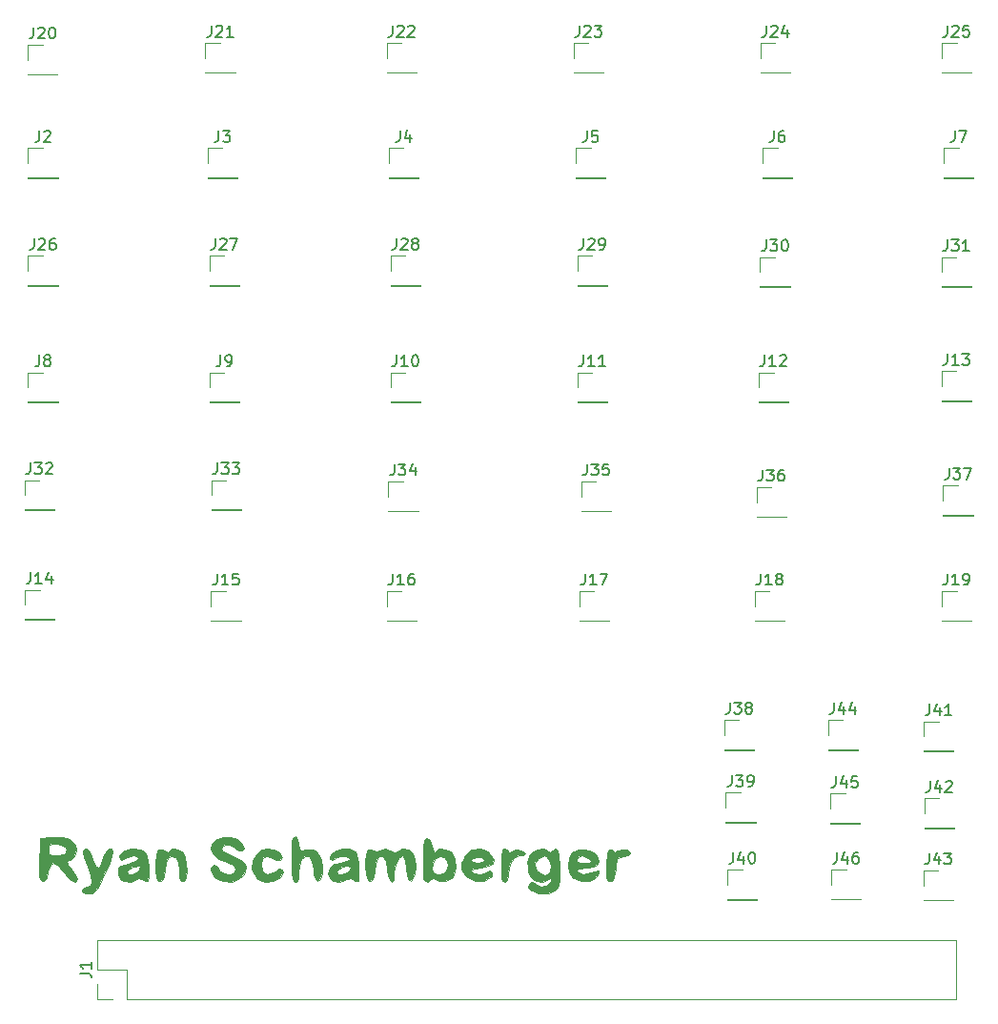
<source format=gto>
G04 #@! TF.FileFunction,Legend,Top*
%FSLAX46Y46*%
G04 Gerber Fmt 4.6, Leading zero omitted, Abs format (unit mm)*
G04 Created by KiCad (PCBNEW 4.0.7) date 03/15/18 10:01:32*
%MOMM*%
%LPD*%
G01*
G04 APERTURE LIST*
%ADD10C,0.100000*%
%ADD11C,0.120000*%
%ADD12C,0.010000*%
%ADD13C,0.150000*%
G04 APERTURE END LIST*
D10*
D11*
X173034000Y-149412000D02*
X173034000Y-144212000D01*
X99314000Y-149412000D02*
X173034000Y-149412000D01*
X96714000Y-144212000D02*
X173034000Y-144212000D01*
X99314000Y-149412000D02*
X99314000Y-146812000D01*
X99314000Y-146812000D02*
X96714000Y-146812000D01*
X96714000Y-146812000D02*
X96714000Y-144212000D01*
X98044000Y-149412000D02*
X96714000Y-149412000D01*
X96714000Y-149412000D02*
X96714000Y-148082000D01*
X90567619Y-76517000D02*
X93227619Y-76517000D01*
X90567619Y-76457000D02*
X90567619Y-76517000D01*
X93227619Y-76457000D02*
X93227619Y-76517000D01*
X90567619Y-76457000D02*
X93227619Y-76457000D01*
X90567619Y-75187000D02*
X90567619Y-73857000D01*
X90567619Y-73857000D02*
X91897619Y-73857000D01*
X106499619Y-76517000D02*
X109159619Y-76517000D01*
X106499619Y-76457000D02*
X106499619Y-76517000D01*
X109159619Y-76457000D02*
X109159619Y-76517000D01*
X106499619Y-76457000D02*
X109159619Y-76457000D01*
X106499619Y-75187000D02*
X106499619Y-73857000D01*
X106499619Y-73857000D02*
X107829619Y-73857000D01*
X122593619Y-76517000D02*
X125253619Y-76517000D01*
X122593619Y-76457000D02*
X122593619Y-76517000D01*
X125253619Y-76457000D02*
X125253619Y-76517000D01*
X122593619Y-76457000D02*
X125253619Y-76457000D01*
X122593619Y-75187000D02*
X122593619Y-73857000D01*
X122593619Y-73857000D02*
X123923619Y-73857000D01*
X139195619Y-76517000D02*
X141855619Y-76517000D01*
X139195619Y-76457000D02*
X139195619Y-76517000D01*
X141855619Y-76457000D02*
X141855619Y-76517000D01*
X139195619Y-76457000D02*
X141855619Y-76457000D01*
X139195619Y-75187000D02*
X139195619Y-73857000D01*
X139195619Y-73857000D02*
X140525619Y-73857000D01*
X155797619Y-76517000D02*
X158457619Y-76517000D01*
X155797619Y-76457000D02*
X155797619Y-76517000D01*
X158457619Y-76457000D02*
X158457619Y-76517000D01*
X155797619Y-76457000D02*
X158457619Y-76457000D01*
X155797619Y-75187000D02*
X155797619Y-73857000D01*
X155797619Y-73857000D02*
X157127619Y-73857000D01*
X171891619Y-76517000D02*
X174551619Y-76517000D01*
X171891619Y-76457000D02*
X171891619Y-76517000D01*
X174551619Y-76457000D02*
X174551619Y-76517000D01*
X171891619Y-76457000D02*
X174551619Y-76457000D01*
X171891619Y-75187000D02*
X171891619Y-73857000D01*
X171891619Y-73857000D02*
X173221619Y-73857000D01*
X90567619Y-96435000D02*
X93227619Y-96435000D01*
X90567619Y-96375000D02*
X90567619Y-96435000D01*
X93227619Y-96375000D02*
X93227619Y-96435000D01*
X90567619Y-96375000D02*
X93227619Y-96375000D01*
X90567619Y-95105000D02*
X90567619Y-93775000D01*
X90567619Y-93775000D02*
X91897619Y-93775000D01*
X106661619Y-96435000D02*
X109321619Y-96435000D01*
X106661619Y-96375000D02*
X106661619Y-96435000D01*
X109321619Y-96375000D02*
X109321619Y-96435000D01*
X106661619Y-96375000D02*
X109321619Y-96375000D01*
X106661619Y-95105000D02*
X106661619Y-93775000D01*
X106661619Y-93775000D02*
X107991619Y-93775000D01*
X122755619Y-96435000D02*
X125415619Y-96435000D01*
X122755619Y-96375000D02*
X122755619Y-96435000D01*
X125415619Y-96375000D02*
X125415619Y-96435000D01*
X122755619Y-96375000D02*
X125415619Y-96375000D01*
X122755619Y-95105000D02*
X122755619Y-93775000D01*
X122755619Y-93775000D02*
X124085619Y-93775000D01*
X139357619Y-96435000D02*
X142017619Y-96435000D01*
X139357619Y-96375000D02*
X139357619Y-96435000D01*
X142017619Y-96375000D02*
X142017619Y-96435000D01*
X139357619Y-96375000D02*
X142017619Y-96375000D01*
X139357619Y-95105000D02*
X139357619Y-93775000D01*
X139357619Y-93775000D02*
X140687619Y-93775000D01*
X155451619Y-96435000D02*
X158111619Y-96435000D01*
X155451619Y-96375000D02*
X155451619Y-96435000D01*
X158111619Y-96375000D02*
X158111619Y-96435000D01*
X155451619Y-96375000D02*
X158111619Y-96375000D01*
X155451619Y-95105000D02*
X155451619Y-93775000D01*
X155451619Y-93775000D02*
X156781619Y-93775000D01*
X171685619Y-96329000D02*
X174345619Y-96329000D01*
X171685619Y-96269000D02*
X171685619Y-96329000D01*
X174345619Y-96269000D02*
X174345619Y-96329000D01*
X171685619Y-96269000D02*
X174345619Y-96269000D01*
X171685619Y-94999000D02*
X171685619Y-93669000D01*
X171685619Y-93669000D02*
X173015619Y-93669000D01*
X90265619Y-115739000D02*
X92925619Y-115739000D01*
X90265619Y-115679000D02*
X90265619Y-115739000D01*
X92925619Y-115679000D02*
X92925619Y-115739000D01*
X90265619Y-115679000D02*
X92925619Y-115679000D01*
X90265619Y-114409000D02*
X90265619Y-113079000D01*
X90265619Y-113079000D02*
X91595619Y-113079000D01*
X106823619Y-115845000D02*
X109483619Y-115845000D01*
X106823619Y-115785000D02*
X106823619Y-115845000D01*
X109483619Y-115785000D02*
X109483619Y-115845000D01*
X106823619Y-115785000D02*
X109483619Y-115785000D01*
X106823619Y-114515000D02*
X106823619Y-113185000D01*
X106823619Y-113185000D02*
X108153619Y-113185000D01*
X122409619Y-115845000D02*
X125069619Y-115845000D01*
X122409619Y-115785000D02*
X122409619Y-115845000D01*
X125069619Y-115785000D02*
X125069619Y-115845000D01*
X122409619Y-115785000D02*
X125069619Y-115785000D01*
X122409619Y-114515000D02*
X122409619Y-113185000D01*
X122409619Y-113185000D02*
X123739619Y-113185000D01*
X139519619Y-115845000D02*
X142179619Y-115845000D01*
X139519619Y-115785000D02*
X139519619Y-115845000D01*
X142179619Y-115785000D02*
X142179619Y-115845000D01*
X139519619Y-115785000D02*
X142179619Y-115785000D01*
X139519619Y-114515000D02*
X139519619Y-113185000D01*
X139519619Y-113185000D02*
X140849619Y-113185000D01*
X155105619Y-115845000D02*
X157765619Y-115845000D01*
X155105619Y-115785000D02*
X155105619Y-115845000D01*
X157765619Y-115785000D02*
X157765619Y-115845000D01*
X155105619Y-115785000D02*
X157765619Y-115785000D01*
X155105619Y-114515000D02*
X155105619Y-113185000D01*
X155105619Y-113185000D02*
X156435619Y-113185000D01*
X171707619Y-115845000D02*
X174367619Y-115845000D01*
X171707619Y-115785000D02*
X171707619Y-115845000D01*
X174367619Y-115785000D02*
X174367619Y-115845000D01*
X171707619Y-115785000D02*
X174367619Y-115785000D01*
X171707619Y-114515000D02*
X171707619Y-113185000D01*
X171707619Y-113185000D02*
X173037619Y-113185000D01*
X90519619Y-67331000D02*
X93179619Y-67331000D01*
X90519619Y-67271000D02*
X90519619Y-67331000D01*
X93179619Y-67271000D02*
X93179619Y-67331000D01*
X90519619Y-67271000D02*
X93179619Y-67271000D01*
X90519619Y-66001000D02*
X90519619Y-64671000D01*
X90519619Y-64671000D02*
X91849619Y-64671000D01*
X106315619Y-67183000D02*
X108975619Y-67183000D01*
X106315619Y-67123000D02*
X106315619Y-67183000D01*
X108975619Y-67123000D02*
X108975619Y-67183000D01*
X106315619Y-67123000D02*
X108975619Y-67123000D01*
X106315619Y-65853000D02*
X106315619Y-64523000D01*
X106315619Y-64523000D02*
X107645619Y-64523000D01*
X122409619Y-67183000D02*
X125069619Y-67183000D01*
X122409619Y-67123000D02*
X122409619Y-67183000D01*
X125069619Y-67123000D02*
X125069619Y-67183000D01*
X122409619Y-67123000D02*
X125069619Y-67123000D01*
X122409619Y-65853000D02*
X122409619Y-64523000D01*
X122409619Y-64523000D02*
X123739619Y-64523000D01*
X139011619Y-67183000D02*
X141671619Y-67183000D01*
X139011619Y-67123000D02*
X139011619Y-67183000D01*
X141671619Y-67123000D02*
X141671619Y-67183000D01*
X139011619Y-67123000D02*
X141671619Y-67123000D01*
X139011619Y-65853000D02*
X139011619Y-64523000D01*
X139011619Y-64523000D02*
X140341619Y-64523000D01*
X155613619Y-67183000D02*
X158273619Y-67183000D01*
X155613619Y-67123000D02*
X155613619Y-67183000D01*
X158273619Y-67123000D02*
X158273619Y-67183000D01*
X155613619Y-67123000D02*
X158273619Y-67123000D01*
X155613619Y-65853000D02*
X155613619Y-64523000D01*
X155613619Y-64523000D02*
X156943619Y-64523000D01*
X171707619Y-67183000D02*
X174367619Y-67183000D01*
X171707619Y-67123000D02*
X171707619Y-67183000D01*
X174367619Y-67123000D02*
X174367619Y-67183000D01*
X171707619Y-67123000D02*
X174367619Y-67123000D01*
X171707619Y-65853000D02*
X171707619Y-64523000D01*
X171707619Y-64523000D02*
X173037619Y-64523000D01*
X90567619Y-86085000D02*
X93227619Y-86085000D01*
X90567619Y-86025000D02*
X90567619Y-86085000D01*
X93227619Y-86025000D02*
X93227619Y-86085000D01*
X90567619Y-86025000D02*
X93227619Y-86025000D01*
X90567619Y-84755000D02*
X90567619Y-83425000D01*
X90567619Y-83425000D02*
X91897619Y-83425000D01*
X106661619Y-86085000D02*
X109321619Y-86085000D01*
X106661619Y-86025000D02*
X106661619Y-86085000D01*
X109321619Y-86025000D02*
X109321619Y-86085000D01*
X106661619Y-86025000D02*
X109321619Y-86025000D01*
X106661619Y-84755000D02*
X106661619Y-83425000D01*
X106661619Y-83425000D02*
X107991619Y-83425000D01*
X122755619Y-86085000D02*
X125415619Y-86085000D01*
X122755619Y-86025000D02*
X122755619Y-86085000D01*
X125415619Y-86025000D02*
X125415619Y-86085000D01*
X122755619Y-86025000D02*
X125415619Y-86025000D01*
X122755619Y-84755000D02*
X122755619Y-83425000D01*
X122755619Y-83425000D02*
X124085619Y-83425000D01*
X139357619Y-86085000D02*
X142017619Y-86085000D01*
X139357619Y-86025000D02*
X139357619Y-86085000D01*
X142017619Y-86025000D02*
X142017619Y-86085000D01*
X139357619Y-86025000D02*
X142017619Y-86025000D01*
X139357619Y-84755000D02*
X139357619Y-83425000D01*
X139357619Y-83425000D02*
X140687619Y-83425000D01*
X155591619Y-86191000D02*
X158251619Y-86191000D01*
X155591619Y-86131000D02*
X155591619Y-86191000D01*
X158251619Y-86131000D02*
X158251619Y-86191000D01*
X155591619Y-86131000D02*
X158251619Y-86131000D01*
X155591619Y-84861000D02*
X155591619Y-83531000D01*
X155591619Y-83531000D02*
X156921619Y-83531000D01*
X171685619Y-86191000D02*
X174345619Y-86191000D01*
X171685619Y-86131000D02*
X171685619Y-86191000D01*
X174345619Y-86131000D02*
X174345619Y-86191000D01*
X171685619Y-86131000D02*
X174345619Y-86131000D01*
X171685619Y-84861000D02*
X171685619Y-83531000D01*
X171685619Y-83531000D02*
X173015619Y-83531000D01*
X90243619Y-106003000D02*
X92903619Y-106003000D01*
X90243619Y-105943000D02*
X90243619Y-106003000D01*
X92903619Y-105943000D02*
X92903619Y-106003000D01*
X90243619Y-105943000D02*
X92903619Y-105943000D01*
X90243619Y-104673000D02*
X90243619Y-103343000D01*
X90243619Y-103343000D02*
X91573619Y-103343000D01*
X106845619Y-106003000D02*
X109505619Y-106003000D01*
X106845619Y-105943000D02*
X106845619Y-106003000D01*
X109505619Y-105943000D02*
X109505619Y-106003000D01*
X106845619Y-105943000D02*
X109505619Y-105943000D01*
X106845619Y-104673000D02*
X106845619Y-103343000D01*
X106845619Y-103343000D02*
X108175619Y-103343000D01*
X122571619Y-106109000D02*
X125231619Y-106109000D01*
X122571619Y-106049000D02*
X122571619Y-106109000D01*
X125231619Y-106049000D02*
X125231619Y-106109000D01*
X122571619Y-106049000D02*
X125231619Y-106049000D01*
X122571619Y-104779000D02*
X122571619Y-103449000D01*
X122571619Y-103449000D02*
X123901619Y-103449000D01*
X139681619Y-106109000D02*
X142341619Y-106109000D01*
X139681619Y-106049000D02*
X139681619Y-106109000D01*
X142341619Y-106049000D02*
X142341619Y-106109000D01*
X139681619Y-106049000D02*
X142341619Y-106049000D01*
X139681619Y-104779000D02*
X139681619Y-103449000D01*
X139681619Y-103449000D02*
X141011619Y-103449000D01*
X155267619Y-106617000D02*
X157927619Y-106617000D01*
X155267619Y-106557000D02*
X155267619Y-106617000D01*
X157927619Y-106557000D02*
X157927619Y-106617000D01*
X155267619Y-106557000D02*
X157927619Y-106557000D01*
X155267619Y-105287000D02*
X155267619Y-103957000D01*
X155267619Y-103957000D02*
X156597619Y-103957000D01*
X171847619Y-106469000D02*
X174507619Y-106469000D01*
X171847619Y-106409000D02*
X171847619Y-106469000D01*
X174507619Y-106409000D02*
X174507619Y-106469000D01*
X171847619Y-106409000D02*
X174507619Y-106409000D01*
X171847619Y-105139000D02*
X171847619Y-103809000D01*
X171847619Y-103809000D02*
X173177619Y-103809000D01*
X152381619Y-127297000D02*
X155041619Y-127297000D01*
X152381619Y-127237000D02*
X152381619Y-127297000D01*
X155041619Y-127237000D02*
X155041619Y-127297000D01*
X152381619Y-127237000D02*
X155041619Y-127237000D01*
X152381619Y-125967000D02*
X152381619Y-124637000D01*
X152381619Y-124637000D02*
X153711619Y-124637000D01*
X152543619Y-133753000D02*
X155203619Y-133753000D01*
X152543619Y-133693000D02*
X152543619Y-133753000D01*
X155203619Y-133693000D02*
X155203619Y-133753000D01*
X152543619Y-133693000D02*
X155203619Y-133693000D01*
X152543619Y-132423000D02*
X152543619Y-131093000D01*
X152543619Y-131093000D02*
X153873619Y-131093000D01*
X152670619Y-140590000D02*
X155330619Y-140590000D01*
X152670619Y-140530000D02*
X152670619Y-140590000D01*
X155330619Y-140530000D02*
X155330619Y-140590000D01*
X152670619Y-140530000D02*
X155330619Y-140530000D01*
X152670619Y-139260000D02*
X152670619Y-137930000D01*
X152670619Y-137930000D02*
X154000619Y-137930000D01*
X170113619Y-127423000D02*
X172773619Y-127423000D01*
X170113619Y-127363000D02*
X170113619Y-127423000D01*
X172773619Y-127363000D02*
X172773619Y-127423000D01*
X170113619Y-127363000D02*
X172773619Y-127363000D01*
X170113619Y-126093000D02*
X170113619Y-124763000D01*
X170113619Y-124763000D02*
X171443619Y-124763000D01*
X170161619Y-134261000D02*
X172821619Y-134261000D01*
X170161619Y-134201000D02*
X170161619Y-134261000D01*
X172821619Y-134201000D02*
X172821619Y-134261000D01*
X170161619Y-134201000D02*
X172821619Y-134201000D01*
X170161619Y-132931000D02*
X170161619Y-131601000D01*
X170161619Y-131601000D02*
X171491619Y-131601000D01*
X170078619Y-140652000D02*
X172738619Y-140652000D01*
X170078619Y-140592000D02*
X170078619Y-140652000D01*
X172738619Y-140592000D02*
X172738619Y-140652000D01*
X170078619Y-140592000D02*
X172738619Y-140592000D01*
X170078619Y-139322000D02*
X170078619Y-137992000D01*
X170078619Y-137992000D02*
X171408619Y-137992000D01*
X161617619Y-127297000D02*
X164277619Y-127297000D01*
X161617619Y-127237000D02*
X161617619Y-127297000D01*
X164277619Y-127237000D02*
X164277619Y-127297000D01*
X161617619Y-127237000D02*
X164277619Y-127237000D01*
X161617619Y-125967000D02*
X161617619Y-124637000D01*
X161617619Y-124637000D02*
X162947619Y-124637000D01*
X161801619Y-133837000D02*
X164461619Y-133837000D01*
X161801619Y-133777000D02*
X161801619Y-133837000D01*
X164461619Y-133777000D02*
X164461619Y-133837000D01*
X161801619Y-133777000D02*
X164461619Y-133777000D01*
X161801619Y-132507000D02*
X161801619Y-131177000D01*
X161801619Y-131177000D02*
X163131619Y-131177000D01*
X161893619Y-140589000D02*
X164553619Y-140589000D01*
X161893619Y-140529000D02*
X161893619Y-140589000D01*
X164553619Y-140529000D02*
X164553619Y-140589000D01*
X161893619Y-140529000D02*
X164553619Y-140529000D01*
X161893619Y-139259000D02*
X161893619Y-137929000D01*
X161893619Y-137929000D02*
X163223619Y-137929000D01*
D12*
G36*
X98086088Y-136309749D02*
X98086333Y-136330022D01*
X98000378Y-136690281D01*
X97778603Y-137302668D01*
X97475145Y-138040990D01*
X97144140Y-138779054D01*
X96839724Y-139390666D01*
X96622728Y-139741737D01*
X96249467Y-139996601D01*
X95804046Y-140076249D01*
X95447579Y-139977956D01*
X95334666Y-139763500D01*
X95509575Y-139501578D01*
X95735354Y-139446000D01*
X96103573Y-139346888D01*
X96228947Y-139020402D01*
X96113915Y-138422814D01*
X95833849Y-137680673D01*
X95526277Y-136835996D01*
X95457891Y-136311140D01*
X95627270Y-136077613D01*
X95752985Y-136059333D01*
X95927197Y-136239330D01*
X96167791Y-136697696D01*
X96302168Y-137021658D01*
X96556924Y-137596939D01*
X96763018Y-137781483D01*
X96963166Y-137567534D01*
X97200086Y-136947333D01*
X97230512Y-136853083D01*
X97461277Y-136378234D01*
X97741108Y-136092533D01*
X97979536Y-136051274D01*
X98086088Y-136309749D01*
X98086088Y-136309749D01*
G37*
X98086088Y-136309749D02*
X98086333Y-136330022D01*
X98000378Y-136690281D01*
X97778603Y-137302668D01*
X97475145Y-138040990D01*
X97144140Y-138779054D01*
X96839724Y-139390666D01*
X96622728Y-139741737D01*
X96249467Y-139996601D01*
X95804046Y-140076249D01*
X95447579Y-139977956D01*
X95334666Y-139763500D01*
X95509575Y-139501578D01*
X95735354Y-139446000D01*
X96103573Y-139346888D01*
X96228947Y-139020402D01*
X96113915Y-138422814D01*
X95833849Y-137680673D01*
X95526277Y-136835996D01*
X95457891Y-136311140D01*
X95627270Y-136077613D01*
X95752985Y-136059333D01*
X95927197Y-136239330D01*
X96167791Y-136697696D01*
X96302168Y-137021658D01*
X96556924Y-137596939D01*
X96763018Y-137781483D01*
X96963166Y-137567534D01*
X97200086Y-136947333D01*
X97230512Y-136853083D01*
X97461277Y-136378234D01*
X97741108Y-136092533D01*
X97979536Y-136051274D01*
X98086088Y-136309749D01*
G36*
X136689604Y-136237391D02*
X136721852Y-136281278D01*
X136961389Y-136374622D01*
X137162792Y-136251115D01*
X137440256Y-136100748D01*
X137623381Y-136226046D01*
X137728185Y-136670054D01*
X137770686Y-137475817D01*
X137773833Y-137893201D01*
X137756034Y-138746571D01*
X137687434Y-139282282D01*
X137545230Y-139605085D01*
X137362960Y-139780563D01*
X136716189Y-140033444D01*
X135946535Y-140045326D01*
X135277696Y-139816502D01*
X135221372Y-139777749D01*
X134951745Y-139495479D01*
X135039844Y-139242893D01*
X135066112Y-139215220D01*
X135354426Y-139063224D01*
X135636545Y-139217219D01*
X136113144Y-139414565D01*
X136607513Y-139350760D01*
X136947593Y-139063755D01*
X136998466Y-138916833D01*
X137011027Y-138634969D01*
X136844423Y-138715918D01*
X136799545Y-138758083D01*
X136276153Y-139001994D01*
X135677935Y-138922419D01*
X135266639Y-138635583D01*
X134988466Y-138072333D01*
X134943742Y-137541000D01*
X135551333Y-137541000D01*
X135701107Y-137987310D01*
X136058779Y-138287557D01*
X136486878Y-138390024D01*
X136847930Y-138242990D01*
X136956637Y-138069693D01*
X137014227Y-137556533D01*
X136872188Y-137056775D01*
X136593199Y-136736093D01*
X136436300Y-136694333D01*
X135911345Y-136871351D01*
X135589616Y-137306120D01*
X135551333Y-137541000D01*
X134943742Y-137541000D01*
X134929269Y-137369062D01*
X135085889Y-136716920D01*
X135303416Y-136409639D01*
X135792778Y-136134520D01*
X136313157Y-136071826D01*
X136689604Y-136237391D01*
X136689604Y-136237391D01*
G37*
X136689604Y-136237391D02*
X136721852Y-136281278D01*
X136961389Y-136374622D01*
X137162792Y-136251115D01*
X137440256Y-136100748D01*
X137623381Y-136226046D01*
X137728185Y-136670054D01*
X137770686Y-137475817D01*
X137773833Y-137893201D01*
X137756034Y-138746571D01*
X137687434Y-139282282D01*
X137545230Y-139605085D01*
X137362960Y-139780563D01*
X136716189Y-140033444D01*
X135946535Y-140045326D01*
X135277696Y-139816502D01*
X135221372Y-139777749D01*
X134951745Y-139495479D01*
X135039844Y-139242893D01*
X135066112Y-139215220D01*
X135354426Y-139063224D01*
X135636545Y-139217219D01*
X136113144Y-139414565D01*
X136607513Y-139350760D01*
X136947593Y-139063755D01*
X136998466Y-138916833D01*
X137011027Y-138634969D01*
X136844423Y-138715918D01*
X136799545Y-138758083D01*
X136276153Y-139001994D01*
X135677935Y-138922419D01*
X135266639Y-138635583D01*
X134988466Y-138072333D01*
X134943742Y-137541000D01*
X135551333Y-137541000D01*
X135701107Y-137987310D01*
X136058779Y-138287557D01*
X136486878Y-138390024D01*
X136847930Y-138242990D01*
X136956637Y-138069693D01*
X137014227Y-137556533D01*
X136872188Y-137056775D01*
X136593199Y-136736093D01*
X136436300Y-136694333D01*
X135911345Y-136871351D01*
X135589616Y-137306120D01*
X135551333Y-137541000D01*
X134943742Y-137541000D01*
X134929269Y-137369062D01*
X135085889Y-136716920D01*
X135303416Y-136409639D01*
X135792778Y-136134520D01*
X136313157Y-136071826D01*
X136689604Y-136237391D01*
G36*
X94253842Y-135217492D02*
X94662903Y-135596171D01*
X94728641Y-135720898D01*
X94819948Y-136268718D01*
X94664344Y-136773762D01*
X94325860Y-137082993D01*
X94144236Y-137117667D01*
X93993876Y-137194019D01*
X94120906Y-137462053D01*
X94363350Y-137768907D01*
X94714583Y-138256796D01*
X94901813Y-138654204D01*
X94911333Y-138721407D01*
X94800047Y-139003562D01*
X94515338Y-138976559D01*
X94130933Y-138674936D01*
X93747166Y-138176000D01*
X93260529Y-137559225D01*
X92840591Y-137319354D01*
X92523481Y-137458154D01*
X92345325Y-137977391D01*
X92331193Y-138106721D01*
X92208057Y-138652748D01*
X91994239Y-138961220D01*
X91760027Y-138967773D01*
X91621091Y-138756976D01*
X91573786Y-138411711D01*
X91553025Y-137769804D01*
X91562193Y-136957315D01*
X91568063Y-136781457D01*
X91591040Y-136165167D01*
X92371333Y-136165167D01*
X92411071Y-136525093D01*
X92612093Y-136664729D01*
X93097108Y-136659674D01*
X93165083Y-136654194D01*
X93705223Y-136560908D01*
X93930532Y-136358730D01*
X93958833Y-136165167D01*
X93867742Y-135869553D01*
X93523623Y-135720907D01*
X93165083Y-135676139D01*
X92645358Y-135660896D01*
X92421748Y-135782876D01*
X92371541Y-136117679D01*
X92371333Y-136165167D01*
X91591040Y-136165167D01*
X91630500Y-135106833D01*
X92566021Y-135039990D01*
X93575178Y-135038490D01*
X94253842Y-135217492D01*
X94253842Y-135217492D01*
G37*
X94253842Y-135217492D02*
X94662903Y-135596171D01*
X94728641Y-135720898D01*
X94819948Y-136268718D01*
X94664344Y-136773762D01*
X94325860Y-137082993D01*
X94144236Y-137117667D01*
X93993876Y-137194019D01*
X94120906Y-137462053D01*
X94363350Y-137768907D01*
X94714583Y-138256796D01*
X94901813Y-138654204D01*
X94911333Y-138721407D01*
X94800047Y-139003562D01*
X94515338Y-138976559D01*
X94130933Y-138674936D01*
X93747166Y-138176000D01*
X93260529Y-137559225D01*
X92840591Y-137319354D01*
X92523481Y-137458154D01*
X92345325Y-137977391D01*
X92331193Y-138106721D01*
X92208057Y-138652748D01*
X91994239Y-138961220D01*
X91760027Y-138967773D01*
X91621091Y-138756976D01*
X91573786Y-138411711D01*
X91553025Y-137769804D01*
X91562193Y-136957315D01*
X91568063Y-136781457D01*
X91591040Y-136165167D01*
X92371333Y-136165167D01*
X92411071Y-136525093D01*
X92612093Y-136664729D01*
X93097108Y-136659674D01*
X93165083Y-136654194D01*
X93705223Y-136560908D01*
X93930532Y-136358730D01*
X93958833Y-136165167D01*
X93867742Y-135869553D01*
X93523623Y-135720907D01*
X93165083Y-135676139D01*
X92645358Y-135660896D01*
X92421748Y-135782876D01*
X92371541Y-136117679D01*
X92371333Y-136165167D01*
X91591040Y-136165167D01*
X91630500Y-135106833D01*
X92566021Y-135039990D01*
X93575178Y-135038490D01*
X94253842Y-135217492D01*
G36*
X100577851Y-136156741D02*
X101011201Y-136491787D01*
X101233316Y-137128700D01*
X101288844Y-137694811D01*
X101291829Y-138487813D01*
X101194104Y-138900046D01*
X100978419Y-138965764D01*
X100728311Y-138807800D01*
X100386647Y-138645161D01*
X100151695Y-138777637D01*
X99676696Y-138997016D01*
X99107806Y-138962576D01*
X98763666Y-138768667D01*
X98537740Y-138332361D01*
X98552289Y-138094853D01*
X99356333Y-138094853D01*
X99504853Y-138340830D01*
X99844720Y-138368052D01*
X100217395Y-138196072D01*
X100414666Y-137964333D01*
X100537561Y-137654946D01*
X100405233Y-137558819D01*
X99951694Y-137643085D01*
X99832583Y-137674410D01*
X99461349Y-137883816D01*
X99356333Y-138094853D01*
X98552289Y-138094853D01*
X98566208Y-137867640D01*
X98755773Y-137625548D01*
X99131488Y-137475180D01*
X99639531Y-137343032D01*
X100130263Y-137167217D01*
X100359287Y-136944688D01*
X100286938Y-136759547D01*
X99945472Y-136694333D01*
X99451883Y-136787210D01*
X99205443Y-136929890D01*
X98866673Y-137057617D01*
X98725987Y-137014710D01*
X98617142Y-136779017D01*
X98809505Y-136488423D01*
X99203810Y-136225260D01*
X99700794Y-136071859D01*
X99877849Y-136059333D01*
X100577851Y-136156741D01*
X100577851Y-136156741D01*
G37*
X100577851Y-136156741D02*
X101011201Y-136491787D01*
X101233316Y-137128700D01*
X101288844Y-137694811D01*
X101291829Y-138487813D01*
X101194104Y-138900046D01*
X100978419Y-138965764D01*
X100728311Y-138807800D01*
X100386647Y-138645161D01*
X100151695Y-138777637D01*
X99676696Y-138997016D01*
X99107806Y-138962576D01*
X98763666Y-138768667D01*
X98537740Y-138332361D01*
X98552289Y-138094853D01*
X99356333Y-138094853D01*
X99504853Y-138340830D01*
X99844720Y-138368052D01*
X100217395Y-138196072D01*
X100414666Y-137964333D01*
X100537561Y-137654946D01*
X100405233Y-137558819D01*
X99951694Y-137643085D01*
X99832583Y-137674410D01*
X99461349Y-137883816D01*
X99356333Y-138094853D01*
X98552289Y-138094853D01*
X98566208Y-137867640D01*
X98755773Y-137625548D01*
X99131488Y-137475180D01*
X99639531Y-137343032D01*
X100130263Y-137167217D01*
X100359287Y-136944688D01*
X100286938Y-136759547D01*
X99945472Y-136694333D01*
X99451883Y-136787210D01*
X99205443Y-136929890D01*
X98866673Y-137057617D01*
X98725987Y-137014710D01*
X98617142Y-136779017D01*
X98809505Y-136488423D01*
X99203810Y-136225260D01*
X99700794Y-136071859D01*
X99877849Y-136059333D01*
X100577851Y-136156741D01*
G36*
X103881783Y-136127043D02*
X104315380Y-136391952D01*
X104507981Y-136781380D01*
X104621555Y-137385679D01*
X104649513Y-138048625D01*
X104585264Y-138613992D01*
X104422250Y-138925537D01*
X104140312Y-138977403D01*
X103995486Y-138675458D01*
X103972949Y-138017807D01*
X103915267Y-137220245D01*
X103666301Y-136794712D01*
X103246803Y-136728261D01*
X102982918Y-136883899D01*
X102823338Y-137289711D01*
X102743000Y-137843924D01*
X102605075Y-138580586D01*
X102388376Y-138957036D01*
X102111465Y-138945686D01*
X102041854Y-138885965D01*
X101944790Y-138582629D01*
X101900863Y-138021469D01*
X101905971Y-137350758D01*
X101956012Y-136718772D01*
X102046885Y-136273785D01*
X102117272Y-136159436D01*
X102446866Y-136159027D01*
X102627594Y-136263056D01*
X102935809Y-136384494D01*
X103054147Y-136281278D01*
X103394549Y-136078180D01*
X103881783Y-136127043D01*
X103881783Y-136127043D01*
G37*
X103881783Y-136127043D02*
X104315380Y-136391952D01*
X104507981Y-136781380D01*
X104621555Y-137385679D01*
X104649513Y-138048625D01*
X104585264Y-138613992D01*
X104422250Y-138925537D01*
X104140312Y-138977403D01*
X103995486Y-138675458D01*
X103972949Y-138017807D01*
X103915267Y-137220245D01*
X103666301Y-136794712D01*
X103246803Y-136728261D01*
X102982918Y-136883899D01*
X102823338Y-137289711D01*
X102743000Y-137843924D01*
X102605075Y-138580586D01*
X102388376Y-138957036D01*
X102111465Y-138945686D01*
X102041854Y-138885965D01*
X101944790Y-138582629D01*
X101900863Y-138021469D01*
X101905971Y-137350758D01*
X101956012Y-136718772D01*
X102046885Y-136273785D01*
X102117272Y-136159436D01*
X102446866Y-136159027D01*
X102627594Y-136263056D01*
X102935809Y-136384494D01*
X103054147Y-136281278D01*
X103394549Y-136078180D01*
X103881783Y-136127043D01*
G36*
X109172285Y-135236846D02*
X109600928Y-135607025D01*
X109728000Y-136023083D01*
X109584860Y-136243463D01*
X109257675Y-136222469D01*
X108899800Y-135974411D01*
X108872856Y-135943285D01*
X108505358Y-135716333D01*
X108080792Y-135700869D01*
X107773306Y-135879545D01*
X107717166Y-136058410D01*
X107904616Y-136324925D01*
X108386384Y-136588615D01*
X108551635Y-136648370D01*
X109345287Y-136964764D01*
X109784680Y-137299769D01*
X109937328Y-137708356D01*
X109939666Y-137778584D01*
X109755128Y-138347126D01*
X109277659Y-138761110D01*
X108621477Y-138981911D01*
X107900799Y-138970906D01*
X107235097Y-138693164D01*
X106913154Y-138338624D01*
X106771515Y-137935435D01*
X106835368Y-137625965D01*
X107031250Y-137541000D01*
X107339494Y-137703157D01*
X107570390Y-137977430D01*
X107933935Y-138284863D01*
X108393549Y-138368583D01*
X108795405Y-138240044D01*
X108985676Y-137910696D01*
X108987166Y-137871955D01*
X108832038Y-137528562D01*
X108325420Y-137293106D01*
X108246333Y-137271838D01*
X107439427Y-136952220D01*
X106939967Y-136520288D01*
X106778228Y-136034166D01*
X106984486Y-135551975D01*
X107235097Y-135330502D01*
X107869737Y-135065348D01*
X108555344Y-135045208D01*
X109172285Y-135236846D01*
X109172285Y-135236846D01*
G37*
X109172285Y-135236846D02*
X109600928Y-135607025D01*
X109728000Y-136023083D01*
X109584860Y-136243463D01*
X109257675Y-136222469D01*
X108899800Y-135974411D01*
X108872856Y-135943285D01*
X108505358Y-135716333D01*
X108080792Y-135700869D01*
X107773306Y-135879545D01*
X107717166Y-136058410D01*
X107904616Y-136324925D01*
X108386384Y-136588615D01*
X108551635Y-136648370D01*
X109345287Y-136964764D01*
X109784680Y-137299769D01*
X109937328Y-137708356D01*
X109939666Y-137778584D01*
X109755128Y-138347126D01*
X109277659Y-138761110D01*
X108621477Y-138981911D01*
X107900799Y-138970906D01*
X107235097Y-138693164D01*
X106913154Y-138338624D01*
X106771515Y-137935435D01*
X106835368Y-137625965D01*
X107031250Y-137541000D01*
X107339494Y-137703157D01*
X107570390Y-137977430D01*
X107933935Y-138284863D01*
X108393549Y-138368583D01*
X108795405Y-138240044D01*
X108985676Y-137910696D01*
X108987166Y-137871955D01*
X108832038Y-137528562D01*
X108325420Y-137293106D01*
X108246333Y-137271838D01*
X107439427Y-136952220D01*
X106939967Y-136520288D01*
X106778228Y-136034166D01*
X106984486Y-135551975D01*
X107235097Y-135330502D01*
X107869737Y-135065348D01*
X108555344Y-135045208D01*
X109172285Y-135236846D01*
G36*
X112419210Y-136164874D02*
X112911127Y-136433524D01*
X113114371Y-136793325D01*
X113114666Y-136807614D01*
X112982543Y-137085347D01*
X112598732Y-137035973D01*
X112293166Y-136872594D01*
X111759075Y-136701613D01*
X111385852Y-136897050D01*
X111241137Y-137412383D01*
X111249063Y-137590728D01*
X111438727Y-138158726D01*
X111820015Y-138366983D01*
X112325750Y-138190768D01*
X112500416Y-138051388D01*
X112919963Y-137811545D01*
X113174814Y-137890050D01*
X113187890Y-138191082D01*
X112924166Y-138578166D01*
X112310223Y-138934231D01*
X111585371Y-139001207D01*
X110940525Y-138761824D01*
X110935473Y-138758083D01*
X110637881Y-138364637D01*
X110455141Y-137855159D01*
X110498439Y-137180209D01*
X110824924Y-136571292D01*
X111338581Y-136159732D01*
X111768111Y-136059333D01*
X112419210Y-136164874D01*
X112419210Y-136164874D01*
G37*
X112419210Y-136164874D02*
X112911127Y-136433524D01*
X113114371Y-136793325D01*
X113114666Y-136807614D01*
X112982543Y-137085347D01*
X112598732Y-137035973D01*
X112293166Y-136872594D01*
X111759075Y-136701613D01*
X111385852Y-136897050D01*
X111241137Y-137412383D01*
X111249063Y-137590728D01*
X111438727Y-138158726D01*
X111820015Y-138366983D01*
X112325750Y-138190768D01*
X112500416Y-138051388D01*
X112919963Y-137811545D01*
X113174814Y-137890050D01*
X113187890Y-138191082D01*
X112924166Y-138578166D01*
X112310223Y-138934231D01*
X111585371Y-139001207D01*
X110940525Y-138761824D01*
X110935473Y-138758083D01*
X110637881Y-138364637D01*
X110455141Y-137855159D01*
X110498439Y-137180209D01*
X110824924Y-136571292D01*
X111338581Y-136159732D01*
X111768111Y-136059333D01*
X112419210Y-136164874D01*
G36*
X114529208Y-135187386D02*
X114596333Y-135645591D01*
X114626428Y-136071928D01*
X114801423Y-136216147D01*
X115248385Y-136167737D01*
X115319075Y-136154595D01*
X115854698Y-136109941D01*
X116190164Y-136287317D01*
X116390424Y-136551047D01*
X116597236Y-137062429D01*
X116683714Y-137687402D01*
X116655509Y-138293227D01*
X116518276Y-138747165D01*
X116289666Y-138916833D01*
X116072138Y-138774856D01*
X115945683Y-138307893D01*
X115907192Y-137900146D01*
X115756141Y-137150059D01*
X115474580Y-136756252D01*
X115141186Y-136706964D01*
X114834632Y-136990437D01*
X114633594Y-137594910D01*
X114596333Y-138096084D01*
X114552489Y-138714448D01*
X114404211Y-138990273D01*
X114278833Y-139022667D01*
X114127483Y-138950700D01*
X114031704Y-138687491D01*
X113980288Y-138162071D01*
X113962031Y-137303474D01*
X113961333Y-137011833D01*
X113972696Y-136053287D01*
X114014255Y-135446682D01*
X114097216Y-135121049D01*
X114232784Y-135005422D01*
X114278833Y-135001000D01*
X114529208Y-135187386D01*
X114529208Y-135187386D01*
G37*
X114529208Y-135187386D02*
X114596333Y-135645591D01*
X114626428Y-136071928D01*
X114801423Y-136216147D01*
X115248385Y-136167737D01*
X115319075Y-136154595D01*
X115854698Y-136109941D01*
X116190164Y-136287317D01*
X116390424Y-136551047D01*
X116597236Y-137062429D01*
X116683714Y-137687402D01*
X116655509Y-138293227D01*
X116518276Y-138747165D01*
X116289666Y-138916833D01*
X116072138Y-138774856D01*
X115945683Y-138307893D01*
X115907192Y-137900146D01*
X115756141Y-137150059D01*
X115474580Y-136756252D01*
X115141186Y-136706964D01*
X114834632Y-136990437D01*
X114633594Y-137594910D01*
X114596333Y-138096084D01*
X114552489Y-138714448D01*
X114404211Y-138990273D01*
X114278833Y-139022667D01*
X114127483Y-138950700D01*
X114031704Y-138687491D01*
X113980288Y-138162071D01*
X113962031Y-137303474D01*
X113961333Y-137011833D01*
X113972696Y-136053287D01*
X114014255Y-135446682D01*
X114097216Y-135121049D01*
X114232784Y-135005422D01*
X114278833Y-135001000D01*
X114529208Y-135187386D01*
G36*
X119166425Y-136084734D02*
X119590731Y-136286780D01*
X119623643Y-136323917D01*
X119773527Y-136690897D01*
X119885311Y-137279499D01*
X119947212Y-137942490D01*
X119947443Y-138532638D01*
X119874219Y-138902710D01*
X119833872Y-138950286D01*
X119561073Y-138918886D01*
X119467920Y-138816264D01*
X119232156Y-138663250D01*
X118870500Y-138789146D01*
X118174884Y-139006876D01*
X117587270Y-138902364D01*
X117356429Y-138715324D01*
X117194313Y-138245825D01*
X117250754Y-138093113D01*
X117983000Y-138093113D01*
X118139556Y-138333021D01*
X118499594Y-138367890D01*
X118898669Y-138202063D01*
X119045578Y-138065051D01*
X119217237Y-137753820D01*
X119202305Y-137631417D01*
X118900866Y-137574868D01*
X118465958Y-137691427D01*
X118096912Y-137905618D01*
X117983000Y-138093113D01*
X117250754Y-138093113D01*
X117367125Y-137778252D01*
X117810448Y-137455007D01*
X117944190Y-137415985D01*
X118667181Y-137243807D01*
X119049857Y-137112421D01*
X119168644Y-136988199D01*
X119137748Y-136890761D01*
X118834300Y-136729802D01*
X118365820Y-136707696D01*
X117966195Y-136821616D01*
X117877166Y-136906000D01*
X117606820Y-137109997D01*
X117384770Y-136985068D01*
X117348000Y-136807614D01*
X117533478Y-136458303D01*
X117994144Y-136201030D01*
X118586345Y-136066329D01*
X119166425Y-136084734D01*
X119166425Y-136084734D01*
G37*
X119166425Y-136084734D02*
X119590731Y-136286780D01*
X119623643Y-136323917D01*
X119773527Y-136690897D01*
X119885311Y-137279499D01*
X119947212Y-137942490D01*
X119947443Y-138532638D01*
X119874219Y-138902710D01*
X119833872Y-138950286D01*
X119561073Y-138918886D01*
X119467920Y-138816264D01*
X119232156Y-138663250D01*
X118870500Y-138789146D01*
X118174884Y-139006876D01*
X117587270Y-138902364D01*
X117356429Y-138715324D01*
X117194313Y-138245825D01*
X117250754Y-138093113D01*
X117983000Y-138093113D01*
X118139556Y-138333021D01*
X118499594Y-138367890D01*
X118898669Y-138202063D01*
X119045578Y-138065051D01*
X119217237Y-137753820D01*
X119202305Y-137631417D01*
X118900866Y-137574868D01*
X118465958Y-137691427D01*
X118096912Y-137905618D01*
X117983000Y-138093113D01*
X117250754Y-138093113D01*
X117367125Y-137778252D01*
X117810448Y-137455007D01*
X117944190Y-137415985D01*
X118667181Y-137243807D01*
X119049857Y-137112421D01*
X119168644Y-136988199D01*
X119137748Y-136890761D01*
X118834300Y-136729802D01*
X118365820Y-136707696D01*
X117966195Y-136821616D01*
X117877166Y-136906000D01*
X117606820Y-137109997D01*
X117384770Y-136985068D01*
X117348000Y-136807614D01*
X117533478Y-136458303D01*
X117994144Y-136201030D01*
X118586345Y-136066329D01*
X119166425Y-136084734D01*
G36*
X122664621Y-136237462D02*
X123098766Y-136400839D01*
X123341955Y-136288378D01*
X123814628Y-136072006D01*
X124353666Y-136143612D01*
X124751212Y-136473666D01*
X124760189Y-136489871D01*
X124905882Y-136980224D01*
X124946438Y-137604384D01*
X124893968Y-138225993D01*
X124760580Y-138708690D01*
X124558383Y-138916118D01*
X124544666Y-138916833D01*
X124337779Y-138788007D01*
X124214328Y-138356149D01*
X124163188Y-137805583D01*
X124079872Y-137088602D01*
X123925268Y-136743276D01*
X123800218Y-136694333D01*
X123435845Y-136888627D01*
X123176782Y-137411661D01*
X123064622Y-138173667D01*
X123063000Y-138285557D01*
X123003546Y-138824474D01*
X122860529Y-138998565D01*
X122686969Y-138843698D01*
X122535884Y-138395742D01*
X122468858Y-137883601D01*
X122353259Y-137154469D01*
X122133161Y-136785273D01*
X122089313Y-136762747D01*
X121778096Y-136718473D01*
X121576202Y-136922754D01*
X121441155Y-137443743D01*
X121378409Y-137903389D01*
X121241287Y-138560321D01*
X121041829Y-138926413D01*
X120821701Y-138955969D01*
X120654912Y-138696801D01*
X120576205Y-138287193D01*
X120529024Y-137646887D01*
X120523000Y-137324513D01*
X120588286Y-136579599D01*
X120769101Y-136163684D01*
X121042877Y-136112994D01*
X121203606Y-136231939D01*
X121540803Y-136329958D01*
X121820163Y-136204914D01*
X122241474Y-136068589D01*
X122664621Y-136237462D01*
X122664621Y-136237462D01*
G37*
X122664621Y-136237462D02*
X123098766Y-136400839D01*
X123341955Y-136288378D01*
X123814628Y-136072006D01*
X124353666Y-136143612D01*
X124751212Y-136473666D01*
X124760189Y-136489871D01*
X124905882Y-136980224D01*
X124946438Y-137604384D01*
X124893968Y-138225993D01*
X124760580Y-138708690D01*
X124558383Y-138916118D01*
X124544666Y-138916833D01*
X124337779Y-138788007D01*
X124214328Y-138356149D01*
X124163188Y-137805583D01*
X124079872Y-137088602D01*
X123925268Y-136743276D01*
X123800218Y-136694333D01*
X123435845Y-136888627D01*
X123176782Y-137411661D01*
X123064622Y-138173667D01*
X123063000Y-138285557D01*
X123003546Y-138824474D01*
X122860529Y-138998565D01*
X122686969Y-138843698D01*
X122535884Y-138395742D01*
X122468858Y-137883601D01*
X122353259Y-137154469D01*
X122133161Y-136785273D01*
X122089313Y-136762747D01*
X121778096Y-136718473D01*
X121576202Y-136922754D01*
X121441155Y-137443743D01*
X121378409Y-137903389D01*
X121241287Y-138560321D01*
X121041829Y-138926413D01*
X120821701Y-138955969D01*
X120654912Y-138696801D01*
X120576205Y-138287193D01*
X120529024Y-137646887D01*
X120523000Y-137324513D01*
X120588286Y-136579599D01*
X120769101Y-136163684D01*
X121042877Y-136112994D01*
X121203606Y-136231939D01*
X121540803Y-136329958D01*
X121820163Y-136204914D01*
X122241474Y-136068589D01*
X122664621Y-136237462D01*
G36*
X126291546Y-135306116D02*
X126451034Y-135847667D01*
X126562010Y-136305110D01*
X126699149Y-136361377D01*
X126728109Y-136323917D01*
X127096406Y-136091483D01*
X127619082Y-136105695D01*
X128117491Y-136351846D01*
X128216027Y-136446417D01*
X128494199Y-137009666D01*
X128553396Y-137712937D01*
X128396777Y-138365080D01*
X128179249Y-138672361D01*
X127622160Y-138973352D01*
X127048678Y-138976556D01*
X126727556Y-138792557D01*
X126472058Y-138676919D01*
X126355231Y-138792557D01*
X126050257Y-139012302D01*
X125755325Y-138859395D01*
X125692670Y-138739374D01*
X125648611Y-138403071D01*
X125631554Y-137814996D01*
X126448948Y-137814996D01*
X126571148Y-138225051D01*
X126590777Y-138246555D01*
X126985123Y-138385663D01*
X127463190Y-138273208D01*
X127711227Y-138080335D01*
X127894984Y-137624909D01*
X127800645Y-137177472D01*
X127513155Y-136847066D01*
X127117463Y-136742731D01*
X126784909Y-136891275D01*
X126530846Y-137296091D01*
X126448948Y-137814996D01*
X125631554Y-137814996D01*
X125630206Y-137768536D01*
X125640398Y-136960260D01*
X125646397Y-136781457D01*
X125695907Y-135910588D01*
X125775559Y-135390522D01*
X125901759Y-135148950D01*
X126026333Y-135106833D01*
X126291546Y-135306116D01*
X126291546Y-135306116D01*
G37*
X126291546Y-135306116D02*
X126451034Y-135847667D01*
X126562010Y-136305110D01*
X126699149Y-136361377D01*
X126728109Y-136323917D01*
X127096406Y-136091483D01*
X127619082Y-136105695D01*
X128117491Y-136351846D01*
X128216027Y-136446417D01*
X128494199Y-137009666D01*
X128553396Y-137712937D01*
X128396777Y-138365080D01*
X128179249Y-138672361D01*
X127622160Y-138973352D01*
X127048678Y-138976556D01*
X126727556Y-138792557D01*
X126472058Y-138676919D01*
X126355231Y-138792557D01*
X126050257Y-139012302D01*
X125755325Y-138859395D01*
X125692670Y-138739374D01*
X125648611Y-138403071D01*
X125631554Y-137814996D01*
X126448948Y-137814996D01*
X126571148Y-138225051D01*
X126590777Y-138246555D01*
X126985123Y-138385663D01*
X127463190Y-138273208D01*
X127711227Y-138080335D01*
X127894984Y-137624909D01*
X127800645Y-137177472D01*
X127513155Y-136847066D01*
X127117463Y-136742731D01*
X126784909Y-136891275D01*
X126530846Y-137296091D01*
X126448948Y-137814996D01*
X125631554Y-137814996D01*
X125630206Y-137768536D01*
X125640398Y-136960260D01*
X125646397Y-136781457D01*
X125695907Y-135910588D01*
X125775559Y-135390522D01*
X125901759Y-135148950D01*
X126026333Y-135106833D01*
X126291546Y-135306116D01*
G36*
X131381995Y-136355235D02*
X131542680Y-136495681D01*
X131905652Y-137000450D01*
X131867057Y-137378519D01*
X131431751Y-137621644D01*
X130826258Y-137711902D01*
X130155451Y-137803598D01*
X129890379Y-137965148D01*
X129892241Y-138029402D01*
X130162650Y-138272049D01*
X130631797Y-138352577D01*
X131098962Y-138249033D01*
X131214545Y-138174026D01*
X131592640Y-138005122D01*
X131796066Y-138142570D01*
X131725575Y-138476163D01*
X131616482Y-138620347D01*
X131048546Y-138964374D01*
X130361857Y-138975438D01*
X129689387Y-138660936D01*
X129509212Y-138503121D01*
X129078184Y-137894932D01*
X129052151Y-137290770D01*
X129178324Y-137064750D01*
X129889250Y-137064750D01*
X129999395Y-137265471D01*
X130471333Y-137329333D01*
X130956529Y-137259444D01*
X131053416Y-137064750D01*
X130798289Y-136858141D01*
X130471333Y-136800167D01*
X130052402Y-136899947D01*
X129889250Y-137064750D01*
X129178324Y-137064750D01*
X129427980Y-136617531D01*
X129428362Y-136617045D01*
X130018757Y-136164725D01*
X130712292Y-136075026D01*
X131381995Y-136355235D01*
X131381995Y-136355235D01*
G37*
X131381995Y-136355235D02*
X131542680Y-136495681D01*
X131905652Y-137000450D01*
X131867057Y-137378519D01*
X131431751Y-137621644D01*
X130826258Y-137711902D01*
X130155451Y-137803598D01*
X129890379Y-137965148D01*
X129892241Y-138029402D01*
X130162650Y-138272049D01*
X130631797Y-138352577D01*
X131098962Y-138249033D01*
X131214545Y-138174026D01*
X131592640Y-138005122D01*
X131796066Y-138142570D01*
X131725575Y-138476163D01*
X131616482Y-138620347D01*
X131048546Y-138964374D01*
X130361857Y-138975438D01*
X129689387Y-138660936D01*
X129509212Y-138503121D01*
X129078184Y-137894932D01*
X129052151Y-137290770D01*
X129178324Y-137064750D01*
X129889250Y-137064750D01*
X129999395Y-137265471D01*
X130471333Y-137329333D01*
X130956529Y-137259444D01*
X131053416Y-137064750D01*
X130798289Y-136858141D01*
X130471333Y-136800167D01*
X130052402Y-136899947D01*
X129889250Y-137064750D01*
X129178324Y-137064750D01*
X129427980Y-136617531D01*
X129428362Y-136617045D01*
X130018757Y-136164725D01*
X130712292Y-136075026D01*
X131381995Y-136355235D01*
G36*
X133186957Y-136187305D02*
X133223000Y-136296917D01*
X133318495Y-136414613D01*
X133530342Y-136279430D01*
X133905727Y-136145999D01*
X134344794Y-136186579D01*
X134656397Y-136365767D01*
X134704666Y-136496930D01*
X134523284Y-136644819D01*
X134170261Y-136694333D01*
X133674924Y-136885517D01*
X133352117Y-137432190D01*
X133224212Y-138294031D01*
X133223000Y-138401446D01*
X133126584Y-138895417D01*
X132905500Y-139022667D01*
X132732996Y-138935530D01*
X132634268Y-138622216D01*
X132592629Y-138004864D01*
X132588000Y-137541000D01*
X132606672Y-136735986D01*
X132673810Y-136275251D01*
X132806100Y-136080935D01*
X132905500Y-136059333D01*
X133186957Y-136187305D01*
X133186957Y-136187305D01*
G37*
X133186957Y-136187305D02*
X133223000Y-136296917D01*
X133318495Y-136414613D01*
X133530342Y-136279430D01*
X133905727Y-136145999D01*
X134344794Y-136186579D01*
X134656397Y-136365767D01*
X134704666Y-136496930D01*
X134523284Y-136644819D01*
X134170261Y-136694333D01*
X133674924Y-136885517D01*
X133352117Y-137432190D01*
X133224212Y-138294031D01*
X133223000Y-138401446D01*
X133126584Y-138895417D01*
X132905500Y-139022667D01*
X132732996Y-138935530D01*
X132634268Y-138622216D01*
X132592629Y-138004864D01*
X132588000Y-137541000D01*
X132606672Y-136735986D01*
X132673810Y-136275251D01*
X132806100Y-136080935D01*
X132905500Y-136059333D01*
X133186957Y-136187305D01*
G36*
X140657890Y-136290221D02*
X141085045Y-136646447D01*
X141231461Y-137132888D01*
X141225460Y-137191021D01*
X141112969Y-137478426D01*
X140806919Y-137644361D01*
X140197657Y-137744529D01*
X140119831Y-137752667D01*
X139521289Y-137828433D01*
X139280233Y-137918160D01*
X139331465Y-138059258D01*
X139430787Y-138148065D01*
X139788559Y-138328221D01*
X140257044Y-138295376D01*
X140895916Y-138071535D01*
X141202054Y-138041417D01*
X141238571Y-138253843D01*
X141000077Y-138620609D01*
X140933714Y-138690047D01*
X140382042Y-138972082D01*
X139682188Y-138978318D01*
X139007374Y-138708480D01*
X138985097Y-138693164D01*
X138630368Y-138215476D01*
X138501333Y-137551915D01*
X138584041Y-137011833D01*
X139284789Y-137011833D01*
X139297526Y-137228250D01*
X139610988Y-137319066D01*
X139923060Y-137329333D01*
X140404357Y-137305219D01*
X140535433Y-137202261D01*
X140419666Y-137011833D01*
X140014280Y-136740701D01*
X139781395Y-136694333D01*
X139398376Y-136851110D01*
X139284789Y-137011833D01*
X138584041Y-137011833D01*
X138604424Y-136878737D01*
X138901750Y-136409639D01*
X139445265Y-136131137D01*
X140070971Y-136104891D01*
X140657890Y-136290221D01*
X140657890Y-136290221D01*
G37*
X140657890Y-136290221D02*
X141085045Y-136646447D01*
X141231461Y-137132888D01*
X141225460Y-137191021D01*
X141112969Y-137478426D01*
X140806919Y-137644361D01*
X140197657Y-137744529D01*
X140119831Y-137752667D01*
X139521289Y-137828433D01*
X139280233Y-137918160D01*
X139331465Y-138059258D01*
X139430787Y-138148065D01*
X139788559Y-138328221D01*
X140257044Y-138295376D01*
X140895916Y-138071535D01*
X141202054Y-138041417D01*
X141238571Y-138253843D01*
X141000077Y-138620609D01*
X140933714Y-138690047D01*
X140382042Y-138972082D01*
X139682188Y-138978318D01*
X139007374Y-138708480D01*
X138985097Y-138693164D01*
X138630368Y-138215476D01*
X138501333Y-137551915D01*
X138584041Y-137011833D01*
X139284789Y-137011833D01*
X139297526Y-137228250D01*
X139610988Y-137319066D01*
X139923060Y-137329333D01*
X140404357Y-137305219D01*
X140535433Y-137202261D01*
X140419666Y-137011833D01*
X140014280Y-136740701D01*
X139781395Y-136694333D01*
X139398376Y-136851110D01*
X139284789Y-137011833D01*
X138584041Y-137011833D01*
X138604424Y-136878737D01*
X138901750Y-136409639D01*
X139445265Y-136131137D01*
X140070971Y-136104891D01*
X140657890Y-136290221D01*
G36*
X143799277Y-136178557D02*
X144014208Y-136418192D01*
X144018000Y-136461964D01*
X143834930Y-136631401D01*
X143435916Y-136733190D01*
X143082449Y-136814872D01*
X142890045Y-137032080D01*
X142786519Y-137501174D01*
X142748000Y-137842086D01*
X142610200Y-138579657D01*
X142393687Y-138956784D01*
X142116905Y-138946006D01*
X142046854Y-138885965D01*
X141942656Y-138571606D01*
X141899626Y-138001399D01*
X141911974Y-137324512D01*
X141973911Y-136690114D01*
X142079647Y-136247373D01*
X142153424Y-136140183D01*
X142422711Y-136134029D01*
X142486019Y-136225891D01*
X142651354Y-136360480D01*
X142946722Y-136229961D01*
X143383362Y-136102800D01*
X143799277Y-136178557D01*
X143799277Y-136178557D01*
G37*
X143799277Y-136178557D02*
X144014208Y-136418192D01*
X144018000Y-136461964D01*
X143834930Y-136631401D01*
X143435916Y-136733190D01*
X143082449Y-136814872D01*
X142890045Y-137032080D01*
X142786519Y-137501174D01*
X142748000Y-137842086D01*
X142610200Y-138579657D01*
X142393687Y-138956784D01*
X142116905Y-138946006D01*
X142046854Y-138885965D01*
X141942656Y-138571606D01*
X141899626Y-138001399D01*
X141911974Y-137324512D01*
X141973911Y-136690114D01*
X142079647Y-136247373D01*
X142153424Y-136140183D01*
X142422711Y-136134029D01*
X142486019Y-136225891D01*
X142651354Y-136360480D01*
X142946722Y-136229961D01*
X143383362Y-136102800D01*
X143799277Y-136178557D01*
D13*
X95166381Y-147145333D02*
X95880667Y-147145333D01*
X96023524Y-147192953D01*
X96118762Y-147288191D01*
X96166381Y-147431048D01*
X96166381Y-147526286D01*
X96166381Y-146145333D02*
X96166381Y-146716762D01*
X96166381Y-146431048D02*
X95166381Y-146431048D01*
X95309238Y-146526286D01*
X95404476Y-146621524D01*
X95452095Y-146716762D01*
X91564286Y-72309381D02*
X91564286Y-73023667D01*
X91516666Y-73166524D01*
X91421428Y-73261762D01*
X91278571Y-73309381D01*
X91183333Y-73309381D01*
X91992857Y-72404619D02*
X92040476Y-72357000D01*
X92135714Y-72309381D01*
X92373810Y-72309381D01*
X92469048Y-72357000D01*
X92516667Y-72404619D01*
X92564286Y-72499857D01*
X92564286Y-72595095D01*
X92516667Y-72737952D01*
X91945238Y-73309381D01*
X92564286Y-73309381D01*
X107496286Y-72309381D02*
X107496286Y-73023667D01*
X107448666Y-73166524D01*
X107353428Y-73261762D01*
X107210571Y-73309381D01*
X107115333Y-73309381D01*
X107877238Y-72309381D02*
X108496286Y-72309381D01*
X108162952Y-72690333D01*
X108305810Y-72690333D01*
X108401048Y-72737952D01*
X108448667Y-72785571D01*
X108496286Y-72880810D01*
X108496286Y-73118905D01*
X108448667Y-73214143D01*
X108401048Y-73261762D01*
X108305810Y-73309381D01*
X108020095Y-73309381D01*
X107924857Y-73261762D01*
X107877238Y-73214143D01*
X123590286Y-72309381D02*
X123590286Y-73023667D01*
X123542666Y-73166524D01*
X123447428Y-73261762D01*
X123304571Y-73309381D01*
X123209333Y-73309381D01*
X124495048Y-72642714D02*
X124495048Y-73309381D01*
X124256952Y-72261762D02*
X124018857Y-72976048D01*
X124637905Y-72976048D01*
X140192286Y-72309381D02*
X140192286Y-73023667D01*
X140144666Y-73166524D01*
X140049428Y-73261762D01*
X139906571Y-73309381D01*
X139811333Y-73309381D01*
X141144667Y-72309381D02*
X140668476Y-72309381D01*
X140620857Y-72785571D01*
X140668476Y-72737952D01*
X140763714Y-72690333D01*
X141001810Y-72690333D01*
X141097048Y-72737952D01*
X141144667Y-72785571D01*
X141192286Y-72880810D01*
X141192286Y-73118905D01*
X141144667Y-73214143D01*
X141097048Y-73261762D01*
X141001810Y-73309381D01*
X140763714Y-73309381D01*
X140668476Y-73261762D01*
X140620857Y-73214143D01*
X156794286Y-72309381D02*
X156794286Y-73023667D01*
X156746666Y-73166524D01*
X156651428Y-73261762D01*
X156508571Y-73309381D01*
X156413333Y-73309381D01*
X157699048Y-72309381D02*
X157508571Y-72309381D01*
X157413333Y-72357000D01*
X157365714Y-72404619D01*
X157270476Y-72547476D01*
X157222857Y-72737952D01*
X157222857Y-73118905D01*
X157270476Y-73214143D01*
X157318095Y-73261762D01*
X157413333Y-73309381D01*
X157603810Y-73309381D01*
X157699048Y-73261762D01*
X157746667Y-73214143D01*
X157794286Y-73118905D01*
X157794286Y-72880810D01*
X157746667Y-72785571D01*
X157699048Y-72737952D01*
X157603810Y-72690333D01*
X157413333Y-72690333D01*
X157318095Y-72737952D01*
X157270476Y-72785571D01*
X157222857Y-72880810D01*
X172888286Y-72309381D02*
X172888286Y-73023667D01*
X172840666Y-73166524D01*
X172745428Y-73261762D01*
X172602571Y-73309381D01*
X172507333Y-73309381D01*
X173269238Y-72309381D02*
X173935905Y-72309381D01*
X173507333Y-73309381D01*
X91564286Y-92227381D02*
X91564286Y-92941667D01*
X91516666Y-93084524D01*
X91421428Y-93179762D01*
X91278571Y-93227381D01*
X91183333Y-93227381D01*
X92183333Y-92655952D02*
X92088095Y-92608333D01*
X92040476Y-92560714D01*
X91992857Y-92465476D01*
X91992857Y-92417857D01*
X92040476Y-92322619D01*
X92088095Y-92275000D01*
X92183333Y-92227381D01*
X92373810Y-92227381D01*
X92469048Y-92275000D01*
X92516667Y-92322619D01*
X92564286Y-92417857D01*
X92564286Y-92465476D01*
X92516667Y-92560714D01*
X92469048Y-92608333D01*
X92373810Y-92655952D01*
X92183333Y-92655952D01*
X92088095Y-92703571D01*
X92040476Y-92751190D01*
X91992857Y-92846429D01*
X91992857Y-93036905D01*
X92040476Y-93132143D01*
X92088095Y-93179762D01*
X92183333Y-93227381D01*
X92373810Y-93227381D01*
X92469048Y-93179762D01*
X92516667Y-93132143D01*
X92564286Y-93036905D01*
X92564286Y-92846429D01*
X92516667Y-92751190D01*
X92469048Y-92703571D01*
X92373810Y-92655952D01*
X107658286Y-92227381D02*
X107658286Y-92941667D01*
X107610666Y-93084524D01*
X107515428Y-93179762D01*
X107372571Y-93227381D01*
X107277333Y-93227381D01*
X108182095Y-93227381D02*
X108372571Y-93227381D01*
X108467810Y-93179762D01*
X108515429Y-93132143D01*
X108610667Y-92989286D01*
X108658286Y-92798810D01*
X108658286Y-92417857D01*
X108610667Y-92322619D01*
X108563048Y-92275000D01*
X108467810Y-92227381D01*
X108277333Y-92227381D01*
X108182095Y-92275000D01*
X108134476Y-92322619D01*
X108086857Y-92417857D01*
X108086857Y-92655952D01*
X108134476Y-92751190D01*
X108182095Y-92798810D01*
X108277333Y-92846429D01*
X108467810Y-92846429D01*
X108563048Y-92798810D01*
X108610667Y-92751190D01*
X108658286Y-92655952D01*
X123276096Y-92227381D02*
X123276096Y-92941667D01*
X123228476Y-93084524D01*
X123133238Y-93179762D01*
X122990381Y-93227381D01*
X122895143Y-93227381D01*
X124276096Y-93227381D02*
X123704667Y-93227381D01*
X123990381Y-93227381D02*
X123990381Y-92227381D01*
X123895143Y-92370238D01*
X123799905Y-92465476D01*
X123704667Y-92513095D01*
X124895143Y-92227381D02*
X124990382Y-92227381D01*
X125085620Y-92275000D01*
X125133239Y-92322619D01*
X125180858Y-92417857D01*
X125228477Y-92608333D01*
X125228477Y-92846429D01*
X125180858Y-93036905D01*
X125133239Y-93132143D01*
X125085620Y-93179762D01*
X124990382Y-93227381D01*
X124895143Y-93227381D01*
X124799905Y-93179762D01*
X124752286Y-93132143D01*
X124704667Y-93036905D01*
X124657048Y-92846429D01*
X124657048Y-92608333D01*
X124704667Y-92417857D01*
X124752286Y-92322619D01*
X124799905Y-92275000D01*
X124895143Y-92227381D01*
X139878096Y-92227381D02*
X139878096Y-92941667D01*
X139830476Y-93084524D01*
X139735238Y-93179762D01*
X139592381Y-93227381D01*
X139497143Y-93227381D01*
X140878096Y-93227381D02*
X140306667Y-93227381D01*
X140592381Y-93227381D02*
X140592381Y-92227381D01*
X140497143Y-92370238D01*
X140401905Y-92465476D01*
X140306667Y-92513095D01*
X141830477Y-93227381D02*
X141259048Y-93227381D01*
X141544762Y-93227381D02*
X141544762Y-92227381D01*
X141449524Y-92370238D01*
X141354286Y-92465476D01*
X141259048Y-92513095D01*
X155972096Y-92227381D02*
X155972096Y-92941667D01*
X155924476Y-93084524D01*
X155829238Y-93179762D01*
X155686381Y-93227381D01*
X155591143Y-93227381D01*
X156972096Y-93227381D02*
X156400667Y-93227381D01*
X156686381Y-93227381D02*
X156686381Y-92227381D01*
X156591143Y-92370238D01*
X156495905Y-92465476D01*
X156400667Y-92513095D01*
X157353048Y-92322619D02*
X157400667Y-92275000D01*
X157495905Y-92227381D01*
X157734001Y-92227381D01*
X157829239Y-92275000D01*
X157876858Y-92322619D01*
X157924477Y-92417857D01*
X157924477Y-92513095D01*
X157876858Y-92655952D01*
X157305429Y-93227381D01*
X157924477Y-93227381D01*
X172206096Y-92121381D02*
X172206096Y-92835667D01*
X172158476Y-92978524D01*
X172063238Y-93073762D01*
X171920381Y-93121381D01*
X171825143Y-93121381D01*
X173206096Y-93121381D02*
X172634667Y-93121381D01*
X172920381Y-93121381D02*
X172920381Y-92121381D01*
X172825143Y-92264238D01*
X172729905Y-92359476D01*
X172634667Y-92407095D01*
X173539429Y-92121381D02*
X174158477Y-92121381D01*
X173825143Y-92502333D01*
X173968001Y-92502333D01*
X174063239Y-92549952D01*
X174110858Y-92597571D01*
X174158477Y-92692810D01*
X174158477Y-92930905D01*
X174110858Y-93026143D01*
X174063239Y-93073762D01*
X173968001Y-93121381D01*
X173682286Y-93121381D01*
X173587048Y-93073762D01*
X173539429Y-93026143D01*
X90786096Y-111531381D02*
X90786096Y-112245667D01*
X90738476Y-112388524D01*
X90643238Y-112483762D01*
X90500381Y-112531381D01*
X90405143Y-112531381D01*
X91786096Y-112531381D02*
X91214667Y-112531381D01*
X91500381Y-112531381D02*
X91500381Y-111531381D01*
X91405143Y-111674238D01*
X91309905Y-111769476D01*
X91214667Y-111817095D01*
X92643239Y-111864714D02*
X92643239Y-112531381D01*
X92405143Y-111483762D02*
X92167048Y-112198048D01*
X92786096Y-112198048D01*
X107344096Y-111637381D02*
X107344096Y-112351667D01*
X107296476Y-112494524D01*
X107201238Y-112589762D01*
X107058381Y-112637381D01*
X106963143Y-112637381D01*
X108344096Y-112637381D02*
X107772667Y-112637381D01*
X108058381Y-112637381D02*
X108058381Y-111637381D01*
X107963143Y-111780238D01*
X107867905Y-111875476D01*
X107772667Y-111923095D01*
X109248858Y-111637381D02*
X108772667Y-111637381D01*
X108725048Y-112113571D01*
X108772667Y-112065952D01*
X108867905Y-112018333D01*
X109106001Y-112018333D01*
X109201239Y-112065952D01*
X109248858Y-112113571D01*
X109296477Y-112208810D01*
X109296477Y-112446905D01*
X109248858Y-112542143D01*
X109201239Y-112589762D01*
X109106001Y-112637381D01*
X108867905Y-112637381D01*
X108772667Y-112589762D01*
X108725048Y-112542143D01*
X122930096Y-111637381D02*
X122930096Y-112351667D01*
X122882476Y-112494524D01*
X122787238Y-112589762D01*
X122644381Y-112637381D01*
X122549143Y-112637381D01*
X123930096Y-112637381D02*
X123358667Y-112637381D01*
X123644381Y-112637381D02*
X123644381Y-111637381D01*
X123549143Y-111780238D01*
X123453905Y-111875476D01*
X123358667Y-111923095D01*
X124787239Y-111637381D02*
X124596762Y-111637381D01*
X124501524Y-111685000D01*
X124453905Y-111732619D01*
X124358667Y-111875476D01*
X124311048Y-112065952D01*
X124311048Y-112446905D01*
X124358667Y-112542143D01*
X124406286Y-112589762D01*
X124501524Y-112637381D01*
X124692001Y-112637381D01*
X124787239Y-112589762D01*
X124834858Y-112542143D01*
X124882477Y-112446905D01*
X124882477Y-112208810D01*
X124834858Y-112113571D01*
X124787239Y-112065952D01*
X124692001Y-112018333D01*
X124501524Y-112018333D01*
X124406286Y-112065952D01*
X124358667Y-112113571D01*
X124311048Y-112208810D01*
X140040096Y-111637381D02*
X140040096Y-112351667D01*
X139992476Y-112494524D01*
X139897238Y-112589762D01*
X139754381Y-112637381D01*
X139659143Y-112637381D01*
X141040096Y-112637381D02*
X140468667Y-112637381D01*
X140754381Y-112637381D02*
X140754381Y-111637381D01*
X140659143Y-111780238D01*
X140563905Y-111875476D01*
X140468667Y-111923095D01*
X141373429Y-111637381D02*
X142040096Y-111637381D01*
X141611524Y-112637381D01*
X155626096Y-111637381D02*
X155626096Y-112351667D01*
X155578476Y-112494524D01*
X155483238Y-112589762D01*
X155340381Y-112637381D01*
X155245143Y-112637381D01*
X156626096Y-112637381D02*
X156054667Y-112637381D01*
X156340381Y-112637381D02*
X156340381Y-111637381D01*
X156245143Y-111780238D01*
X156149905Y-111875476D01*
X156054667Y-111923095D01*
X157197524Y-112065952D02*
X157102286Y-112018333D01*
X157054667Y-111970714D01*
X157007048Y-111875476D01*
X157007048Y-111827857D01*
X157054667Y-111732619D01*
X157102286Y-111685000D01*
X157197524Y-111637381D01*
X157388001Y-111637381D01*
X157483239Y-111685000D01*
X157530858Y-111732619D01*
X157578477Y-111827857D01*
X157578477Y-111875476D01*
X157530858Y-111970714D01*
X157483239Y-112018333D01*
X157388001Y-112065952D01*
X157197524Y-112065952D01*
X157102286Y-112113571D01*
X157054667Y-112161190D01*
X157007048Y-112256429D01*
X157007048Y-112446905D01*
X157054667Y-112542143D01*
X157102286Y-112589762D01*
X157197524Y-112637381D01*
X157388001Y-112637381D01*
X157483239Y-112589762D01*
X157530858Y-112542143D01*
X157578477Y-112446905D01*
X157578477Y-112256429D01*
X157530858Y-112161190D01*
X157483239Y-112113571D01*
X157388001Y-112065952D01*
X172228096Y-111637381D02*
X172228096Y-112351667D01*
X172180476Y-112494524D01*
X172085238Y-112589762D01*
X171942381Y-112637381D01*
X171847143Y-112637381D01*
X173228096Y-112637381D02*
X172656667Y-112637381D01*
X172942381Y-112637381D02*
X172942381Y-111637381D01*
X172847143Y-111780238D01*
X172751905Y-111875476D01*
X172656667Y-111923095D01*
X173704286Y-112637381D02*
X173894762Y-112637381D01*
X173990001Y-112589762D01*
X174037620Y-112542143D01*
X174132858Y-112399286D01*
X174180477Y-112208810D01*
X174180477Y-111827857D01*
X174132858Y-111732619D01*
X174085239Y-111685000D01*
X173990001Y-111637381D01*
X173799524Y-111637381D01*
X173704286Y-111685000D01*
X173656667Y-111732619D01*
X173609048Y-111827857D01*
X173609048Y-112065952D01*
X173656667Y-112161190D01*
X173704286Y-112208810D01*
X173799524Y-112256429D01*
X173990001Y-112256429D01*
X174085239Y-112208810D01*
X174132858Y-112161190D01*
X174180477Y-112065952D01*
X91040096Y-63123381D02*
X91040096Y-63837667D01*
X90992476Y-63980524D01*
X90897238Y-64075762D01*
X90754381Y-64123381D01*
X90659143Y-64123381D01*
X91468667Y-63218619D02*
X91516286Y-63171000D01*
X91611524Y-63123381D01*
X91849620Y-63123381D01*
X91944858Y-63171000D01*
X91992477Y-63218619D01*
X92040096Y-63313857D01*
X92040096Y-63409095D01*
X91992477Y-63551952D01*
X91421048Y-64123381D01*
X92040096Y-64123381D01*
X92659143Y-63123381D02*
X92754382Y-63123381D01*
X92849620Y-63171000D01*
X92897239Y-63218619D01*
X92944858Y-63313857D01*
X92992477Y-63504333D01*
X92992477Y-63742429D01*
X92944858Y-63932905D01*
X92897239Y-64028143D01*
X92849620Y-64075762D01*
X92754382Y-64123381D01*
X92659143Y-64123381D01*
X92563905Y-64075762D01*
X92516286Y-64028143D01*
X92468667Y-63932905D01*
X92421048Y-63742429D01*
X92421048Y-63504333D01*
X92468667Y-63313857D01*
X92516286Y-63218619D01*
X92563905Y-63171000D01*
X92659143Y-63123381D01*
X106836096Y-62975381D02*
X106836096Y-63689667D01*
X106788476Y-63832524D01*
X106693238Y-63927762D01*
X106550381Y-63975381D01*
X106455143Y-63975381D01*
X107264667Y-63070619D02*
X107312286Y-63023000D01*
X107407524Y-62975381D01*
X107645620Y-62975381D01*
X107740858Y-63023000D01*
X107788477Y-63070619D01*
X107836096Y-63165857D01*
X107836096Y-63261095D01*
X107788477Y-63403952D01*
X107217048Y-63975381D01*
X107836096Y-63975381D01*
X108788477Y-63975381D02*
X108217048Y-63975381D01*
X108502762Y-63975381D02*
X108502762Y-62975381D01*
X108407524Y-63118238D01*
X108312286Y-63213476D01*
X108217048Y-63261095D01*
X122930096Y-62975381D02*
X122930096Y-63689667D01*
X122882476Y-63832524D01*
X122787238Y-63927762D01*
X122644381Y-63975381D01*
X122549143Y-63975381D01*
X123358667Y-63070619D02*
X123406286Y-63023000D01*
X123501524Y-62975381D01*
X123739620Y-62975381D01*
X123834858Y-63023000D01*
X123882477Y-63070619D01*
X123930096Y-63165857D01*
X123930096Y-63261095D01*
X123882477Y-63403952D01*
X123311048Y-63975381D01*
X123930096Y-63975381D01*
X124311048Y-63070619D02*
X124358667Y-63023000D01*
X124453905Y-62975381D01*
X124692001Y-62975381D01*
X124787239Y-63023000D01*
X124834858Y-63070619D01*
X124882477Y-63165857D01*
X124882477Y-63261095D01*
X124834858Y-63403952D01*
X124263429Y-63975381D01*
X124882477Y-63975381D01*
X139532096Y-62975381D02*
X139532096Y-63689667D01*
X139484476Y-63832524D01*
X139389238Y-63927762D01*
X139246381Y-63975381D01*
X139151143Y-63975381D01*
X139960667Y-63070619D02*
X140008286Y-63023000D01*
X140103524Y-62975381D01*
X140341620Y-62975381D01*
X140436858Y-63023000D01*
X140484477Y-63070619D01*
X140532096Y-63165857D01*
X140532096Y-63261095D01*
X140484477Y-63403952D01*
X139913048Y-63975381D01*
X140532096Y-63975381D01*
X140865429Y-62975381D02*
X141484477Y-62975381D01*
X141151143Y-63356333D01*
X141294001Y-63356333D01*
X141389239Y-63403952D01*
X141436858Y-63451571D01*
X141484477Y-63546810D01*
X141484477Y-63784905D01*
X141436858Y-63880143D01*
X141389239Y-63927762D01*
X141294001Y-63975381D01*
X141008286Y-63975381D01*
X140913048Y-63927762D01*
X140865429Y-63880143D01*
X156134096Y-62975381D02*
X156134096Y-63689667D01*
X156086476Y-63832524D01*
X155991238Y-63927762D01*
X155848381Y-63975381D01*
X155753143Y-63975381D01*
X156562667Y-63070619D02*
X156610286Y-63023000D01*
X156705524Y-62975381D01*
X156943620Y-62975381D01*
X157038858Y-63023000D01*
X157086477Y-63070619D01*
X157134096Y-63165857D01*
X157134096Y-63261095D01*
X157086477Y-63403952D01*
X156515048Y-63975381D01*
X157134096Y-63975381D01*
X157991239Y-63308714D02*
X157991239Y-63975381D01*
X157753143Y-62927762D02*
X157515048Y-63642048D01*
X158134096Y-63642048D01*
X172228096Y-62975381D02*
X172228096Y-63689667D01*
X172180476Y-63832524D01*
X172085238Y-63927762D01*
X171942381Y-63975381D01*
X171847143Y-63975381D01*
X172656667Y-63070619D02*
X172704286Y-63023000D01*
X172799524Y-62975381D01*
X173037620Y-62975381D01*
X173132858Y-63023000D01*
X173180477Y-63070619D01*
X173228096Y-63165857D01*
X173228096Y-63261095D01*
X173180477Y-63403952D01*
X172609048Y-63975381D01*
X173228096Y-63975381D01*
X174132858Y-62975381D02*
X173656667Y-62975381D01*
X173609048Y-63451571D01*
X173656667Y-63403952D01*
X173751905Y-63356333D01*
X173990001Y-63356333D01*
X174085239Y-63403952D01*
X174132858Y-63451571D01*
X174180477Y-63546810D01*
X174180477Y-63784905D01*
X174132858Y-63880143D01*
X174085239Y-63927762D01*
X173990001Y-63975381D01*
X173751905Y-63975381D01*
X173656667Y-63927762D01*
X173609048Y-63880143D01*
X91088096Y-81877381D02*
X91088096Y-82591667D01*
X91040476Y-82734524D01*
X90945238Y-82829762D01*
X90802381Y-82877381D01*
X90707143Y-82877381D01*
X91516667Y-81972619D02*
X91564286Y-81925000D01*
X91659524Y-81877381D01*
X91897620Y-81877381D01*
X91992858Y-81925000D01*
X92040477Y-81972619D01*
X92088096Y-82067857D01*
X92088096Y-82163095D01*
X92040477Y-82305952D01*
X91469048Y-82877381D01*
X92088096Y-82877381D01*
X92945239Y-81877381D02*
X92754762Y-81877381D01*
X92659524Y-81925000D01*
X92611905Y-81972619D01*
X92516667Y-82115476D01*
X92469048Y-82305952D01*
X92469048Y-82686905D01*
X92516667Y-82782143D01*
X92564286Y-82829762D01*
X92659524Y-82877381D01*
X92850001Y-82877381D01*
X92945239Y-82829762D01*
X92992858Y-82782143D01*
X93040477Y-82686905D01*
X93040477Y-82448810D01*
X92992858Y-82353571D01*
X92945239Y-82305952D01*
X92850001Y-82258333D01*
X92659524Y-82258333D01*
X92564286Y-82305952D01*
X92516667Y-82353571D01*
X92469048Y-82448810D01*
X107182096Y-81877381D02*
X107182096Y-82591667D01*
X107134476Y-82734524D01*
X107039238Y-82829762D01*
X106896381Y-82877381D01*
X106801143Y-82877381D01*
X107610667Y-81972619D02*
X107658286Y-81925000D01*
X107753524Y-81877381D01*
X107991620Y-81877381D01*
X108086858Y-81925000D01*
X108134477Y-81972619D01*
X108182096Y-82067857D01*
X108182096Y-82163095D01*
X108134477Y-82305952D01*
X107563048Y-82877381D01*
X108182096Y-82877381D01*
X108515429Y-81877381D02*
X109182096Y-81877381D01*
X108753524Y-82877381D01*
X123276096Y-81877381D02*
X123276096Y-82591667D01*
X123228476Y-82734524D01*
X123133238Y-82829762D01*
X122990381Y-82877381D01*
X122895143Y-82877381D01*
X123704667Y-81972619D02*
X123752286Y-81925000D01*
X123847524Y-81877381D01*
X124085620Y-81877381D01*
X124180858Y-81925000D01*
X124228477Y-81972619D01*
X124276096Y-82067857D01*
X124276096Y-82163095D01*
X124228477Y-82305952D01*
X123657048Y-82877381D01*
X124276096Y-82877381D01*
X124847524Y-82305952D02*
X124752286Y-82258333D01*
X124704667Y-82210714D01*
X124657048Y-82115476D01*
X124657048Y-82067857D01*
X124704667Y-81972619D01*
X124752286Y-81925000D01*
X124847524Y-81877381D01*
X125038001Y-81877381D01*
X125133239Y-81925000D01*
X125180858Y-81972619D01*
X125228477Y-82067857D01*
X125228477Y-82115476D01*
X125180858Y-82210714D01*
X125133239Y-82258333D01*
X125038001Y-82305952D01*
X124847524Y-82305952D01*
X124752286Y-82353571D01*
X124704667Y-82401190D01*
X124657048Y-82496429D01*
X124657048Y-82686905D01*
X124704667Y-82782143D01*
X124752286Y-82829762D01*
X124847524Y-82877381D01*
X125038001Y-82877381D01*
X125133239Y-82829762D01*
X125180858Y-82782143D01*
X125228477Y-82686905D01*
X125228477Y-82496429D01*
X125180858Y-82401190D01*
X125133239Y-82353571D01*
X125038001Y-82305952D01*
X139878096Y-81877381D02*
X139878096Y-82591667D01*
X139830476Y-82734524D01*
X139735238Y-82829762D01*
X139592381Y-82877381D01*
X139497143Y-82877381D01*
X140306667Y-81972619D02*
X140354286Y-81925000D01*
X140449524Y-81877381D01*
X140687620Y-81877381D01*
X140782858Y-81925000D01*
X140830477Y-81972619D01*
X140878096Y-82067857D01*
X140878096Y-82163095D01*
X140830477Y-82305952D01*
X140259048Y-82877381D01*
X140878096Y-82877381D01*
X141354286Y-82877381D02*
X141544762Y-82877381D01*
X141640001Y-82829762D01*
X141687620Y-82782143D01*
X141782858Y-82639286D01*
X141830477Y-82448810D01*
X141830477Y-82067857D01*
X141782858Y-81972619D01*
X141735239Y-81925000D01*
X141640001Y-81877381D01*
X141449524Y-81877381D01*
X141354286Y-81925000D01*
X141306667Y-81972619D01*
X141259048Y-82067857D01*
X141259048Y-82305952D01*
X141306667Y-82401190D01*
X141354286Y-82448810D01*
X141449524Y-82496429D01*
X141640001Y-82496429D01*
X141735239Y-82448810D01*
X141782858Y-82401190D01*
X141830477Y-82305952D01*
X156112096Y-81983381D02*
X156112096Y-82697667D01*
X156064476Y-82840524D01*
X155969238Y-82935762D01*
X155826381Y-82983381D01*
X155731143Y-82983381D01*
X156493048Y-81983381D02*
X157112096Y-81983381D01*
X156778762Y-82364333D01*
X156921620Y-82364333D01*
X157016858Y-82411952D01*
X157064477Y-82459571D01*
X157112096Y-82554810D01*
X157112096Y-82792905D01*
X157064477Y-82888143D01*
X157016858Y-82935762D01*
X156921620Y-82983381D01*
X156635905Y-82983381D01*
X156540667Y-82935762D01*
X156493048Y-82888143D01*
X157731143Y-81983381D02*
X157826382Y-81983381D01*
X157921620Y-82031000D01*
X157969239Y-82078619D01*
X158016858Y-82173857D01*
X158064477Y-82364333D01*
X158064477Y-82602429D01*
X158016858Y-82792905D01*
X157969239Y-82888143D01*
X157921620Y-82935762D01*
X157826382Y-82983381D01*
X157731143Y-82983381D01*
X157635905Y-82935762D01*
X157588286Y-82888143D01*
X157540667Y-82792905D01*
X157493048Y-82602429D01*
X157493048Y-82364333D01*
X157540667Y-82173857D01*
X157588286Y-82078619D01*
X157635905Y-82031000D01*
X157731143Y-81983381D01*
X172206096Y-81983381D02*
X172206096Y-82697667D01*
X172158476Y-82840524D01*
X172063238Y-82935762D01*
X171920381Y-82983381D01*
X171825143Y-82983381D01*
X172587048Y-81983381D02*
X173206096Y-81983381D01*
X172872762Y-82364333D01*
X173015620Y-82364333D01*
X173110858Y-82411952D01*
X173158477Y-82459571D01*
X173206096Y-82554810D01*
X173206096Y-82792905D01*
X173158477Y-82888143D01*
X173110858Y-82935762D01*
X173015620Y-82983381D01*
X172729905Y-82983381D01*
X172634667Y-82935762D01*
X172587048Y-82888143D01*
X174158477Y-82983381D02*
X173587048Y-82983381D01*
X173872762Y-82983381D02*
X173872762Y-81983381D01*
X173777524Y-82126238D01*
X173682286Y-82221476D01*
X173587048Y-82269095D01*
X90764096Y-101795381D02*
X90764096Y-102509667D01*
X90716476Y-102652524D01*
X90621238Y-102747762D01*
X90478381Y-102795381D01*
X90383143Y-102795381D01*
X91145048Y-101795381D02*
X91764096Y-101795381D01*
X91430762Y-102176333D01*
X91573620Y-102176333D01*
X91668858Y-102223952D01*
X91716477Y-102271571D01*
X91764096Y-102366810D01*
X91764096Y-102604905D01*
X91716477Y-102700143D01*
X91668858Y-102747762D01*
X91573620Y-102795381D01*
X91287905Y-102795381D01*
X91192667Y-102747762D01*
X91145048Y-102700143D01*
X92145048Y-101890619D02*
X92192667Y-101843000D01*
X92287905Y-101795381D01*
X92526001Y-101795381D01*
X92621239Y-101843000D01*
X92668858Y-101890619D01*
X92716477Y-101985857D01*
X92716477Y-102081095D01*
X92668858Y-102223952D01*
X92097429Y-102795381D01*
X92716477Y-102795381D01*
X107366096Y-101795381D02*
X107366096Y-102509667D01*
X107318476Y-102652524D01*
X107223238Y-102747762D01*
X107080381Y-102795381D01*
X106985143Y-102795381D01*
X107747048Y-101795381D02*
X108366096Y-101795381D01*
X108032762Y-102176333D01*
X108175620Y-102176333D01*
X108270858Y-102223952D01*
X108318477Y-102271571D01*
X108366096Y-102366810D01*
X108366096Y-102604905D01*
X108318477Y-102700143D01*
X108270858Y-102747762D01*
X108175620Y-102795381D01*
X107889905Y-102795381D01*
X107794667Y-102747762D01*
X107747048Y-102700143D01*
X108699429Y-101795381D02*
X109318477Y-101795381D01*
X108985143Y-102176333D01*
X109128001Y-102176333D01*
X109223239Y-102223952D01*
X109270858Y-102271571D01*
X109318477Y-102366810D01*
X109318477Y-102604905D01*
X109270858Y-102700143D01*
X109223239Y-102747762D01*
X109128001Y-102795381D01*
X108842286Y-102795381D01*
X108747048Y-102747762D01*
X108699429Y-102700143D01*
X123092096Y-101901381D02*
X123092096Y-102615667D01*
X123044476Y-102758524D01*
X122949238Y-102853762D01*
X122806381Y-102901381D01*
X122711143Y-102901381D01*
X123473048Y-101901381D02*
X124092096Y-101901381D01*
X123758762Y-102282333D01*
X123901620Y-102282333D01*
X123996858Y-102329952D01*
X124044477Y-102377571D01*
X124092096Y-102472810D01*
X124092096Y-102710905D01*
X124044477Y-102806143D01*
X123996858Y-102853762D01*
X123901620Y-102901381D01*
X123615905Y-102901381D01*
X123520667Y-102853762D01*
X123473048Y-102806143D01*
X124949239Y-102234714D02*
X124949239Y-102901381D01*
X124711143Y-101853762D02*
X124473048Y-102568048D01*
X125092096Y-102568048D01*
X140202096Y-101901381D02*
X140202096Y-102615667D01*
X140154476Y-102758524D01*
X140059238Y-102853762D01*
X139916381Y-102901381D01*
X139821143Y-102901381D01*
X140583048Y-101901381D02*
X141202096Y-101901381D01*
X140868762Y-102282333D01*
X141011620Y-102282333D01*
X141106858Y-102329952D01*
X141154477Y-102377571D01*
X141202096Y-102472810D01*
X141202096Y-102710905D01*
X141154477Y-102806143D01*
X141106858Y-102853762D01*
X141011620Y-102901381D01*
X140725905Y-102901381D01*
X140630667Y-102853762D01*
X140583048Y-102806143D01*
X142106858Y-101901381D02*
X141630667Y-101901381D01*
X141583048Y-102377571D01*
X141630667Y-102329952D01*
X141725905Y-102282333D01*
X141964001Y-102282333D01*
X142059239Y-102329952D01*
X142106858Y-102377571D01*
X142154477Y-102472810D01*
X142154477Y-102710905D01*
X142106858Y-102806143D01*
X142059239Y-102853762D01*
X141964001Y-102901381D01*
X141725905Y-102901381D01*
X141630667Y-102853762D01*
X141583048Y-102806143D01*
X155788096Y-102409381D02*
X155788096Y-103123667D01*
X155740476Y-103266524D01*
X155645238Y-103361762D01*
X155502381Y-103409381D01*
X155407143Y-103409381D01*
X156169048Y-102409381D02*
X156788096Y-102409381D01*
X156454762Y-102790333D01*
X156597620Y-102790333D01*
X156692858Y-102837952D01*
X156740477Y-102885571D01*
X156788096Y-102980810D01*
X156788096Y-103218905D01*
X156740477Y-103314143D01*
X156692858Y-103361762D01*
X156597620Y-103409381D01*
X156311905Y-103409381D01*
X156216667Y-103361762D01*
X156169048Y-103314143D01*
X157645239Y-102409381D02*
X157454762Y-102409381D01*
X157359524Y-102457000D01*
X157311905Y-102504619D01*
X157216667Y-102647476D01*
X157169048Y-102837952D01*
X157169048Y-103218905D01*
X157216667Y-103314143D01*
X157264286Y-103361762D01*
X157359524Y-103409381D01*
X157550001Y-103409381D01*
X157645239Y-103361762D01*
X157692858Y-103314143D01*
X157740477Y-103218905D01*
X157740477Y-102980810D01*
X157692858Y-102885571D01*
X157645239Y-102837952D01*
X157550001Y-102790333D01*
X157359524Y-102790333D01*
X157264286Y-102837952D01*
X157216667Y-102885571D01*
X157169048Y-102980810D01*
X172368096Y-102261381D02*
X172368096Y-102975667D01*
X172320476Y-103118524D01*
X172225238Y-103213762D01*
X172082381Y-103261381D01*
X171987143Y-103261381D01*
X172749048Y-102261381D02*
X173368096Y-102261381D01*
X173034762Y-102642333D01*
X173177620Y-102642333D01*
X173272858Y-102689952D01*
X173320477Y-102737571D01*
X173368096Y-102832810D01*
X173368096Y-103070905D01*
X173320477Y-103166143D01*
X173272858Y-103213762D01*
X173177620Y-103261381D01*
X172891905Y-103261381D01*
X172796667Y-103213762D01*
X172749048Y-103166143D01*
X173701429Y-102261381D02*
X174368096Y-102261381D01*
X173939524Y-103261381D01*
X152902096Y-123089381D02*
X152902096Y-123803667D01*
X152854476Y-123946524D01*
X152759238Y-124041762D01*
X152616381Y-124089381D01*
X152521143Y-124089381D01*
X153283048Y-123089381D02*
X153902096Y-123089381D01*
X153568762Y-123470333D01*
X153711620Y-123470333D01*
X153806858Y-123517952D01*
X153854477Y-123565571D01*
X153902096Y-123660810D01*
X153902096Y-123898905D01*
X153854477Y-123994143D01*
X153806858Y-124041762D01*
X153711620Y-124089381D01*
X153425905Y-124089381D01*
X153330667Y-124041762D01*
X153283048Y-123994143D01*
X154473524Y-123517952D02*
X154378286Y-123470333D01*
X154330667Y-123422714D01*
X154283048Y-123327476D01*
X154283048Y-123279857D01*
X154330667Y-123184619D01*
X154378286Y-123137000D01*
X154473524Y-123089381D01*
X154664001Y-123089381D01*
X154759239Y-123137000D01*
X154806858Y-123184619D01*
X154854477Y-123279857D01*
X154854477Y-123327476D01*
X154806858Y-123422714D01*
X154759239Y-123470333D01*
X154664001Y-123517952D01*
X154473524Y-123517952D01*
X154378286Y-123565571D01*
X154330667Y-123613190D01*
X154283048Y-123708429D01*
X154283048Y-123898905D01*
X154330667Y-123994143D01*
X154378286Y-124041762D01*
X154473524Y-124089381D01*
X154664001Y-124089381D01*
X154759239Y-124041762D01*
X154806858Y-123994143D01*
X154854477Y-123898905D01*
X154854477Y-123708429D01*
X154806858Y-123613190D01*
X154759239Y-123565571D01*
X154664001Y-123517952D01*
X153064096Y-129545381D02*
X153064096Y-130259667D01*
X153016476Y-130402524D01*
X152921238Y-130497762D01*
X152778381Y-130545381D01*
X152683143Y-130545381D01*
X153445048Y-129545381D02*
X154064096Y-129545381D01*
X153730762Y-129926333D01*
X153873620Y-129926333D01*
X153968858Y-129973952D01*
X154016477Y-130021571D01*
X154064096Y-130116810D01*
X154064096Y-130354905D01*
X154016477Y-130450143D01*
X153968858Y-130497762D01*
X153873620Y-130545381D01*
X153587905Y-130545381D01*
X153492667Y-130497762D01*
X153445048Y-130450143D01*
X154540286Y-130545381D02*
X154730762Y-130545381D01*
X154826001Y-130497762D01*
X154873620Y-130450143D01*
X154968858Y-130307286D01*
X155016477Y-130116810D01*
X155016477Y-129735857D01*
X154968858Y-129640619D01*
X154921239Y-129593000D01*
X154826001Y-129545381D01*
X154635524Y-129545381D01*
X154540286Y-129593000D01*
X154492667Y-129640619D01*
X154445048Y-129735857D01*
X154445048Y-129973952D01*
X154492667Y-130069190D01*
X154540286Y-130116810D01*
X154635524Y-130164429D01*
X154826001Y-130164429D01*
X154921239Y-130116810D01*
X154968858Y-130069190D01*
X155016477Y-129973952D01*
X153191096Y-136382381D02*
X153191096Y-137096667D01*
X153143476Y-137239524D01*
X153048238Y-137334762D01*
X152905381Y-137382381D01*
X152810143Y-137382381D01*
X154095858Y-136715714D02*
X154095858Y-137382381D01*
X153857762Y-136334762D02*
X153619667Y-137049048D01*
X154238715Y-137049048D01*
X154810143Y-136382381D02*
X154905382Y-136382381D01*
X155000620Y-136430000D01*
X155048239Y-136477619D01*
X155095858Y-136572857D01*
X155143477Y-136763333D01*
X155143477Y-137001429D01*
X155095858Y-137191905D01*
X155048239Y-137287143D01*
X155000620Y-137334762D01*
X154905382Y-137382381D01*
X154810143Y-137382381D01*
X154714905Y-137334762D01*
X154667286Y-137287143D01*
X154619667Y-137191905D01*
X154572048Y-137001429D01*
X154572048Y-136763333D01*
X154619667Y-136572857D01*
X154667286Y-136477619D01*
X154714905Y-136430000D01*
X154810143Y-136382381D01*
X170634096Y-123215381D02*
X170634096Y-123929667D01*
X170586476Y-124072524D01*
X170491238Y-124167762D01*
X170348381Y-124215381D01*
X170253143Y-124215381D01*
X171538858Y-123548714D02*
X171538858Y-124215381D01*
X171300762Y-123167762D02*
X171062667Y-123882048D01*
X171681715Y-123882048D01*
X172586477Y-124215381D02*
X172015048Y-124215381D01*
X172300762Y-124215381D02*
X172300762Y-123215381D01*
X172205524Y-123358238D01*
X172110286Y-123453476D01*
X172015048Y-123501095D01*
X170682096Y-130053381D02*
X170682096Y-130767667D01*
X170634476Y-130910524D01*
X170539238Y-131005762D01*
X170396381Y-131053381D01*
X170301143Y-131053381D01*
X171586858Y-130386714D02*
X171586858Y-131053381D01*
X171348762Y-130005762D02*
X171110667Y-130720048D01*
X171729715Y-130720048D01*
X172063048Y-130148619D02*
X172110667Y-130101000D01*
X172205905Y-130053381D01*
X172444001Y-130053381D01*
X172539239Y-130101000D01*
X172586858Y-130148619D01*
X172634477Y-130243857D01*
X172634477Y-130339095D01*
X172586858Y-130481952D01*
X172015429Y-131053381D01*
X172634477Y-131053381D01*
X170599096Y-136444381D02*
X170599096Y-137158667D01*
X170551476Y-137301524D01*
X170456238Y-137396762D01*
X170313381Y-137444381D01*
X170218143Y-137444381D01*
X171503858Y-136777714D02*
X171503858Y-137444381D01*
X171265762Y-136396762D02*
X171027667Y-137111048D01*
X171646715Y-137111048D01*
X171932429Y-136444381D02*
X172551477Y-136444381D01*
X172218143Y-136825333D01*
X172361001Y-136825333D01*
X172456239Y-136872952D01*
X172503858Y-136920571D01*
X172551477Y-137015810D01*
X172551477Y-137253905D01*
X172503858Y-137349143D01*
X172456239Y-137396762D01*
X172361001Y-137444381D01*
X172075286Y-137444381D01*
X171980048Y-137396762D01*
X171932429Y-137349143D01*
X162138096Y-123089381D02*
X162138096Y-123803667D01*
X162090476Y-123946524D01*
X161995238Y-124041762D01*
X161852381Y-124089381D01*
X161757143Y-124089381D01*
X163042858Y-123422714D02*
X163042858Y-124089381D01*
X162804762Y-123041762D02*
X162566667Y-123756048D01*
X163185715Y-123756048D01*
X163995239Y-123422714D02*
X163995239Y-124089381D01*
X163757143Y-123041762D02*
X163519048Y-123756048D01*
X164138096Y-123756048D01*
X162322096Y-129629381D02*
X162322096Y-130343667D01*
X162274476Y-130486524D01*
X162179238Y-130581762D01*
X162036381Y-130629381D01*
X161941143Y-130629381D01*
X163226858Y-129962714D02*
X163226858Y-130629381D01*
X162988762Y-129581762D02*
X162750667Y-130296048D01*
X163369715Y-130296048D01*
X164226858Y-129629381D02*
X163750667Y-129629381D01*
X163703048Y-130105571D01*
X163750667Y-130057952D01*
X163845905Y-130010333D01*
X164084001Y-130010333D01*
X164179239Y-130057952D01*
X164226858Y-130105571D01*
X164274477Y-130200810D01*
X164274477Y-130438905D01*
X164226858Y-130534143D01*
X164179239Y-130581762D01*
X164084001Y-130629381D01*
X163845905Y-130629381D01*
X163750667Y-130581762D01*
X163703048Y-130534143D01*
X162414096Y-136381381D02*
X162414096Y-137095667D01*
X162366476Y-137238524D01*
X162271238Y-137333762D01*
X162128381Y-137381381D01*
X162033143Y-137381381D01*
X163318858Y-136714714D02*
X163318858Y-137381381D01*
X163080762Y-136333762D02*
X162842667Y-137048048D01*
X163461715Y-137048048D01*
X164271239Y-136381381D02*
X164080762Y-136381381D01*
X163985524Y-136429000D01*
X163937905Y-136476619D01*
X163842667Y-136619476D01*
X163795048Y-136809952D01*
X163795048Y-137190905D01*
X163842667Y-137286143D01*
X163890286Y-137333762D01*
X163985524Y-137381381D01*
X164176001Y-137381381D01*
X164271239Y-137333762D01*
X164318858Y-137286143D01*
X164366477Y-137190905D01*
X164366477Y-136952810D01*
X164318858Y-136857571D01*
X164271239Y-136809952D01*
X164176001Y-136762333D01*
X163985524Y-136762333D01*
X163890286Y-136809952D01*
X163842667Y-136857571D01*
X163795048Y-136952810D01*
M02*

</source>
